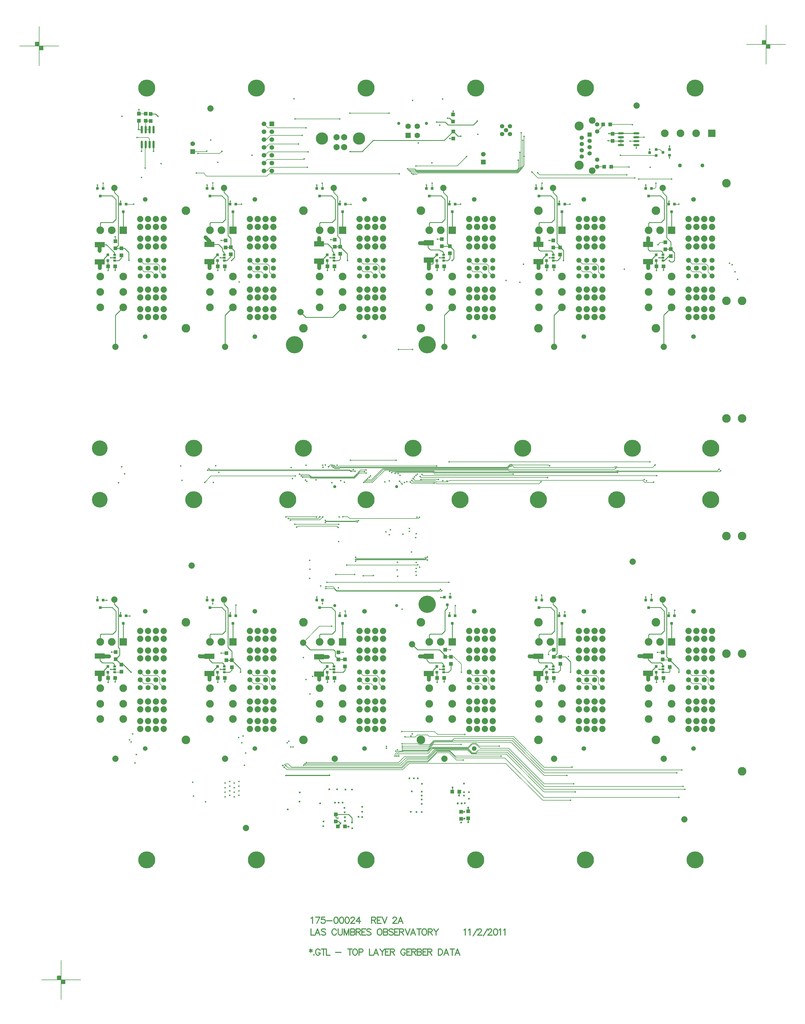
<source format=gtl>
%FSLAX23Y23*%
%MOIN*%
G70*
G01*
G75*
G04 Layer_Physical_Order=1*
G04 Layer_Color=255*
%ADD10R,0.035X0.037*%
%ADD11R,0.035X0.037*%
%ADD12O,0.079X0.024*%
%ADD13R,0.036X0.028*%
%ADD14R,0.036X0.036*%
%ADD15R,0.050X0.050*%
%ADD16O,0.028X0.098*%
%ADD17R,0.126X0.071*%
%ADD18R,0.050X0.050*%
%ADD19C,0.010*%
%ADD20C,0.050*%
%ADD21C,0.008*%
%ADD22C,0.005*%
%ADD23C,0.012*%
%ADD24C,0.006*%
%ADD25C,0.012*%
%ADD26C,0.012*%
%ADD27C,0.079*%
%ADD28C,0.157*%
%ADD29C,0.020*%
%ADD30C,0.039*%
%ADD31C,0.220*%
%ADD32C,0.085*%
%ADD33C,0.055*%
%ADD34C,0.116*%
%ADD35R,0.055X0.055*%
%ADD36R,0.098X0.098*%
%ADD37C,0.098*%
%ADD38C,0.059*%
%ADD39C,0.080*%
%ADD40C,0.065*%
%ADD41C,0.055*%
%ADD42R,0.098X0.098*%
%ADD43R,0.059X0.059*%
%ADD44R,0.070X0.070*%
%ADD45C,0.070*%
%ADD46C,0.040*%
%ADD47C,0.110*%
%ADD48C,0.217*%
%ADD49C,0.200*%
%ADD50C,0.026*%
%ADD51C,0.050*%
%ADD52C,0.024*%
D10*
X29777Y26463D02*
D03*
X29740Y26365D02*
D03*
X36482Y21412D02*
D03*
X36445Y21314D02*
D03*
X35082Y21412D02*
D03*
X35045Y21314D02*
D03*
X33913Y21449D02*
D03*
X33875Y21351D02*
D03*
X32282Y21412D02*
D03*
X32245Y21314D02*
D03*
X30882Y21412D02*
D03*
X30845Y21314D02*
D03*
X29482Y21412D02*
D03*
X29445Y21314D02*
D03*
X36482Y26663D02*
D03*
X36445Y26565D02*
D03*
X35082Y26663D02*
D03*
X35045Y26565D02*
D03*
X33682Y26663D02*
D03*
X33645Y26565D02*
D03*
X32282Y26663D02*
D03*
X32245Y26565D02*
D03*
X30882Y26663D02*
D03*
X30845Y26565D02*
D03*
X29482Y26663D02*
D03*
X29445Y26565D02*
D03*
X36777Y21212D02*
D03*
X36740Y21114D02*
D03*
X35377Y21212D02*
D03*
X35340Y21114D02*
D03*
X33977Y21212D02*
D03*
X33940Y21114D02*
D03*
X32577Y21212D02*
D03*
X32540Y21114D02*
D03*
X31177Y21212D02*
D03*
X31140Y21114D02*
D03*
X29777Y21212D02*
D03*
X29740Y21114D02*
D03*
X36777Y26463D02*
D03*
X36740Y26365D02*
D03*
X35377Y26463D02*
D03*
X35340Y26365D02*
D03*
X33977Y26463D02*
D03*
X33940Y26365D02*
D03*
X32577Y26463D02*
D03*
X32540Y26365D02*
D03*
X31177Y26463D02*
D03*
X31140Y26365D02*
D03*
D11*
X29703Y26463D02*
D03*
X36408Y21412D02*
D03*
X35008D02*
D03*
X33838Y21449D02*
D03*
X32208Y21412D02*
D03*
X30808D02*
D03*
X29408D02*
D03*
X36408Y26663D02*
D03*
X35008D02*
D03*
X33608D02*
D03*
X32208D02*
D03*
X30808D02*
D03*
X29408D02*
D03*
X36703Y21212D02*
D03*
X35303D02*
D03*
X33903D02*
D03*
X32503D02*
D03*
X31103D02*
D03*
X29703D02*
D03*
X36703Y26463D02*
D03*
X35303D02*
D03*
X33903D02*
D03*
X32503D02*
D03*
X31103D02*
D03*
D12*
X36094Y27365D02*
D03*
Y27315D02*
D03*
Y27265D02*
D03*
Y27215D02*
D03*
X36290Y27365D02*
D03*
Y27315D02*
D03*
Y27265D02*
D03*
Y27215D02*
D03*
D13*
X29628Y25742D02*
D03*
Y25816D02*
D03*
Y25779D02*
D03*
X36628Y20491D02*
D03*
Y20565D02*
D03*
Y20528D02*
D03*
X35228Y20491D02*
D03*
Y20565D02*
D03*
Y20528D02*
D03*
X33828Y20491D02*
D03*
Y20565D02*
D03*
Y20528D02*
D03*
X32428Y20491D02*
D03*
Y20565D02*
D03*
Y20528D02*
D03*
X31028Y20491D02*
D03*
Y20565D02*
D03*
Y20528D02*
D03*
X29628Y20491D02*
D03*
Y20565D02*
D03*
Y20528D02*
D03*
X36628Y25742D02*
D03*
Y25816D02*
D03*
Y25779D02*
D03*
X35228Y25742D02*
D03*
Y25816D02*
D03*
Y25779D02*
D03*
X33828Y25742D02*
D03*
Y25816D02*
D03*
Y25779D02*
D03*
X32428Y25742D02*
D03*
Y25816D02*
D03*
Y25779D02*
D03*
X31028Y25742D02*
D03*
Y25816D02*
D03*
Y25779D02*
D03*
D14*
X29542Y25742D02*
D03*
Y25816D02*
D03*
X36544Y27083D02*
D03*
X36458Y27120D02*
D03*
X36544Y27157D02*
D03*
X36542Y20491D02*
D03*
Y20565D02*
D03*
X35142Y20491D02*
D03*
Y20565D02*
D03*
X33742Y20491D02*
D03*
Y20565D02*
D03*
X32342Y20491D02*
D03*
Y20565D02*
D03*
X30942Y20491D02*
D03*
Y20565D02*
D03*
X29542Y20491D02*
D03*
Y20565D02*
D03*
X36542Y25742D02*
D03*
Y25816D02*
D03*
X35142Y25742D02*
D03*
Y25816D02*
D03*
X33742Y25742D02*
D03*
Y25816D02*
D03*
X32342Y25742D02*
D03*
Y25816D02*
D03*
X30942Y25742D02*
D03*
Y25816D02*
D03*
X36714Y27085D02*
D03*
X36628Y27122D02*
D03*
X36714Y27159D02*
D03*
D15*
X36715Y20650D02*
D03*
Y20560D02*
D03*
X33952Y27300D02*
D03*
Y27390D02*
D03*
X33951Y27604D02*
D03*
Y27514D02*
D03*
X32454Y18679D02*
D03*
Y18589D02*
D03*
X34054Y18623D02*
D03*
Y18713D02*
D03*
X34142Y18718D02*
D03*
Y18628D02*
D03*
X30025Y27524D02*
D03*
Y27614D02*
D03*
X29940D02*
D03*
Y27524D02*
D03*
X30090Y27613D02*
D03*
Y27523D02*
D03*
X35986Y27270D02*
D03*
Y27360D02*
D03*
X29640Y25900D02*
D03*
Y25990D02*
D03*
X31045Y25910D02*
D03*
Y26000D02*
D03*
X32440Y25918D02*
D03*
Y26008D02*
D03*
X33805Y25925D02*
D03*
Y26015D02*
D03*
X35230Y25910D02*
D03*
Y26000D02*
D03*
X36658Y25886D02*
D03*
Y25976D02*
D03*
X29642Y20657D02*
D03*
Y20747D02*
D03*
X31055Y20645D02*
D03*
Y20735D02*
D03*
X32485Y20655D02*
D03*
Y20745D02*
D03*
X33849Y20689D02*
D03*
Y20779D02*
D03*
X35235Y20690D02*
D03*
Y20780D02*
D03*
X36625Y20655D02*
D03*
Y20745D02*
D03*
X29715Y25900D02*
D03*
Y25810D02*
D03*
X31114Y25911D02*
D03*
Y25821D02*
D03*
X32511Y25919D02*
D03*
Y25829D02*
D03*
X33910Y25925D02*
D03*
Y25835D02*
D03*
X35315Y25910D02*
D03*
Y25820D02*
D03*
X36730Y25887D02*
D03*
Y25797D02*
D03*
X29715Y20587D02*
D03*
Y20497D02*
D03*
X31125Y20645D02*
D03*
Y20555D02*
D03*
X32570Y20655D02*
D03*
Y20565D02*
D03*
X33923Y20689D02*
D03*
Y20599D02*
D03*
X35320Y20690D02*
D03*
Y20600D02*
D03*
D16*
X29975Y27221D02*
D03*
X30025D02*
D03*
X30075D02*
D03*
X30125D02*
D03*
X29975Y27413D02*
D03*
X30025D02*
D03*
X30075D02*
D03*
X30125D02*
D03*
D17*
X29440Y25945D02*
D03*
Y25725D02*
D03*
X36440Y20698D02*
D03*
Y20478D02*
D03*
X35040Y20695D02*
D03*
Y20475D02*
D03*
X33640Y20695D02*
D03*
Y20475D02*
D03*
X32240Y20690D02*
D03*
Y20470D02*
D03*
X30840Y20695D02*
D03*
Y20475D02*
D03*
X29440Y20698D02*
D03*
Y20478D02*
D03*
X36440Y25949D02*
D03*
Y25729D02*
D03*
X35040Y25950D02*
D03*
Y25730D02*
D03*
X33640Y25969D02*
D03*
Y25749D02*
D03*
X32240Y25955D02*
D03*
Y25735D02*
D03*
X30840Y25950D02*
D03*
Y25730D02*
D03*
D18*
X36545Y20418D02*
D03*
X36635D02*
D03*
X35145D02*
D03*
X35235D02*
D03*
X33745D02*
D03*
X33835D02*
D03*
X32345D02*
D03*
X32435D02*
D03*
X30945D02*
D03*
X31035D02*
D03*
X29545D02*
D03*
X29635D02*
D03*
X36545Y25669D02*
D03*
X36635D02*
D03*
X35145D02*
D03*
X35235D02*
D03*
X33745D02*
D03*
X33835D02*
D03*
X32345D02*
D03*
X32435D02*
D03*
X30945D02*
D03*
X31035D02*
D03*
X29545D02*
D03*
X29635D02*
D03*
X32479Y18524D02*
D03*
X32569D02*
D03*
X33939Y18968D02*
D03*
X34029D02*
D03*
X35879Y26937D02*
D03*
X35969D02*
D03*
X35866Y27477D02*
D03*
X35956D02*
D03*
D19*
X29440Y20698D02*
X29443Y20695D01*
Y20642D02*
Y20695D01*
Y20642D02*
X29472Y20613D01*
X29605D01*
X30840Y20650D02*
Y20695D01*
Y20650D02*
X30877Y20613D01*
X32240Y20645D02*
Y20690D01*
Y20645D02*
X32272Y20613D01*
X32405D01*
X33640Y20695D02*
X33640Y20695D01*
X33615Y20670D02*
X33640Y20695D01*
X33615Y20645D02*
Y20670D01*
Y20645D02*
X33647Y20613D01*
X33805D01*
X35040Y20630D02*
Y20695D01*
Y20630D02*
X35057Y20613D01*
X35205D01*
X36440Y20655D02*
Y20698D01*
Y20655D02*
X36482Y20613D01*
X36605D01*
X36440Y25885D02*
Y25949D01*
Y25885D02*
X36461Y25864D01*
X36605D01*
X35040Y25885D02*
Y25950D01*
Y25885D02*
X35061Y25864D01*
X33636Y25965D02*
X33640Y25969D01*
X33630Y25959D02*
X33636Y25965D01*
X33630Y25910D02*
Y25959D01*
Y25910D02*
X33660Y25880D01*
X33775D01*
X33791Y25864D01*
X33805D01*
X32240Y25955D02*
X32350D01*
X32405Y25900D01*
Y25864D02*
Y25900D01*
X30840Y25950D02*
X30955D01*
X31005Y25900D01*
Y25864D02*
Y25900D01*
X29440Y25699D02*
X29485D01*
X29440Y25945D02*
X29524D01*
X29625Y25844D01*
X31235Y20491D02*
Y20535D01*
X31125Y20645D02*
X31235Y20535D01*
X31125Y20645D02*
Y20760D01*
X31075Y20810D02*
X31125Y20760D01*
X31055Y20645D02*
X31125D01*
Y20520D02*
Y20555D01*
X31096Y20491D02*
X31125Y20520D01*
X31028Y20491D02*
X31096D01*
X32485Y20655D02*
X32570D01*
X32445Y20695D02*
X32485Y20655D01*
X32445Y20695D02*
Y20760D01*
X32425Y20780D02*
X32445Y20760D01*
X32125Y20780D02*
X32425D01*
X32570Y20515D02*
Y20565D01*
X32546Y20491D02*
X32570Y20515D01*
X32428Y20491D02*
X32546D01*
X33923Y20523D02*
Y20599D01*
X33891Y20491D02*
X33923Y20523D01*
X33828Y20491D02*
X33891D01*
X35451D02*
Y20624D01*
X35385Y20690D02*
X35451Y20624D01*
X35320Y20690D02*
X35385D01*
X35235D02*
X35320D01*
X35235D02*
X35275Y20730D01*
Y21309D01*
X35320Y20520D02*
Y20600D01*
X35291Y20491D02*
X35320Y20520D01*
X35228Y20491D02*
X35291D01*
X36833D02*
Y20532D01*
X36715Y20650D02*
X36833Y20532D01*
X36675Y20690D02*
X36715Y20650D01*
Y20497D02*
Y20560D01*
X36709Y20491D02*
X36715Y20497D01*
X36628Y20491D02*
X36709D01*
X36658Y25886D02*
X36659Y25887D01*
X36730D01*
X36709Y25742D02*
X36726Y25725D01*
X36755D01*
X36775Y25745D01*
Y25842D01*
X36730Y25887D02*
X36775Y25842D01*
X36730Y25887D02*
Y25980D01*
X36675Y26035D02*
X36730Y25980D01*
X36702Y25797D02*
X36730D01*
X36647Y25742D02*
X36702Y25797D01*
X36628Y25742D02*
X36647D01*
X35315Y25915D02*
X35358Y25872D01*
Y25742D02*
Y25872D01*
X35315Y25915D02*
Y25924D01*
X35276Y25963D02*
X35315Y25924D01*
Y25775D02*
Y25820D01*
X35282Y25742D02*
X35315Y25775D01*
X35228Y25742D02*
X35282D01*
X33937Y25742D02*
X33960Y25765D01*
Y25875D01*
X33910Y25925D02*
X33960Y25875D01*
X33875Y25959D02*
X33910Y25925D01*
X33805D02*
X33910D01*
Y25770D02*
Y25835D01*
X33882Y25742D02*
X33910Y25770D01*
X33828Y25742D02*
X33882D01*
X32601D02*
Y25829D01*
X32511Y25919D02*
X32601Y25829D01*
X32511Y25919D02*
Y26020D01*
X32475Y26055D02*
X32511Y26020D01*
X32440Y25918D02*
X32441Y25919D01*
X32511D01*
Y25761D02*
Y25829D01*
X32492Y25742D02*
X32511Y25761D01*
X32428Y25742D02*
X32492D01*
X31045Y25910D02*
X31046Y25911D01*
X31114D01*
X31121Y25742D02*
X31160Y25781D01*
Y25865D01*
X31114Y25911D02*
X31160Y25865D01*
X31114Y25911D02*
Y26024D01*
X31076Y26063D02*
X31114Y26024D01*
Y25794D02*
Y25821D01*
X31062Y25742D02*
X31114Y25794D01*
X31028Y25742D02*
X31062D01*
X29811D02*
Y25844D01*
X29755Y25900D02*
X29811Y25844D01*
X29715Y25900D02*
X29755D01*
X29640D02*
X29715D01*
X29640D02*
X29676Y25935D01*
X29715Y25775D02*
Y25810D01*
X29682Y25742D02*
X29715Y25775D01*
X29628Y25742D02*
X29682D01*
X29743Y20587D02*
X29839Y20491D01*
X29715Y20587D02*
X29743D01*
X29645Y20657D02*
X29715Y20587D01*
X29642Y20657D02*
X29645D01*
X29642D02*
X29693Y20708D01*
Y20791D01*
X29675Y20809D02*
X29693Y20791D01*
X30125Y27136D02*
Y27221D01*
X29932Y27516D02*
X29940Y27524D01*
X29932Y27414D02*
Y27516D01*
Y27414D02*
X29933Y27413D01*
X29975D01*
X30153Y27613D02*
X30184Y27582D01*
X30090Y27613D02*
X30153D01*
X33796Y21446D02*
X33838D01*
X32245Y21317D02*
X32398D01*
X35045Y26568D02*
X35198D01*
X36445D02*
X36598D01*
X33645D02*
X33798D01*
X29740Y26129D02*
Y26368D01*
X31140Y26129D02*
Y26368D01*
X32540Y26129D02*
Y26368D01*
X29445Y26568D02*
X29598D01*
X30845D02*
X30998D01*
X32245D02*
X32398D01*
X32414Y25019D02*
X32540Y25145D01*
X32004Y25086D02*
X32071Y25019D01*
X32414D01*
X36833Y20491D02*
X36834Y20492D01*
X35451Y20491D02*
X35451Y20491D01*
X34055Y20491D02*
X34056Y20492D01*
X33940Y20878D02*
Y21117D01*
Y20878D02*
X33940Y20878D01*
X35340Y20878D02*
Y21117D01*
Y20878D02*
X35340Y20878D01*
X36740Y20878D02*
Y21117D01*
Y20878D02*
X36740Y20878D01*
X36645Y21019D02*
Y21269D01*
X36598Y21317D02*
X36645Y21269D01*
X36605Y20979D02*
X36645Y21019D01*
X36445Y21317D02*
X36598D01*
X36455Y20979D02*
X36605D01*
X36445Y20878D02*
Y20968D01*
X36455Y20979D01*
X35245Y21019D02*
Y21269D01*
X35198Y21317D02*
X35245Y21269D01*
X35205Y20979D02*
X35245Y21019D01*
X35045Y21317D02*
X35198D01*
X35055Y20979D02*
X35205D01*
X35045Y20878D02*
Y20968D01*
X35055Y20979D01*
X33875Y21310D02*
Y21354D01*
X33845Y21280D02*
X33875Y21310D01*
X33845Y21019D02*
Y21280D01*
X33805Y20979D02*
X33845Y21019D01*
X33655Y20979D02*
X33805D01*
X33645Y20878D02*
Y20968D01*
X33655Y20979D01*
X33776Y20780D02*
X33843Y20712D01*
X33495Y20780D02*
X33776D01*
X33425Y20850D02*
X33495Y20780D01*
X36625Y21359D02*
Y21417D01*
X36675Y20690D02*
Y21309D01*
X36625Y21359D02*
X36675Y21309D01*
X29839Y20491D02*
X29840Y20492D01*
X29625Y21359D02*
X29675Y21309D01*
X29625Y21359D02*
Y21417D01*
X29675Y20809D02*
Y21309D01*
X31025Y21359D02*
X31075Y21309D01*
X31025Y21359D02*
Y21417D01*
X31075Y20810D02*
Y21309D01*
X35225Y21359D02*
Y21417D01*
Y21359D02*
X35275Y21309D01*
X31045Y21019D02*
Y21269D01*
X30998Y21317D02*
X31045Y21269D01*
X30845Y21317D02*
X30998D01*
X31005Y20979D02*
X31045Y21019D01*
X30855Y20979D02*
X31005D01*
X30845Y20968D02*
X30855Y20979D01*
X30845Y20878D02*
Y20968D01*
X29645Y21019D02*
Y21269D01*
X29598Y21317D02*
X29645Y21269D01*
X29605Y20979D02*
X29645Y21019D01*
X29445Y21317D02*
X29598D01*
X29455Y20979D02*
X29605D01*
X29445Y20968D02*
X29455Y20979D01*
X29445Y20878D02*
Y20968D01*
X29740Y20878D02*
Y21117D01*
Y20878D02*
X29740Y20878D01*
X31140Y20878D02*
Y21117D01*
Y20878D02*
X31140Y20878D01*
X29811Y25742D02*
X29813Y25744D01*
X31121Y25742D02*
X31122Y25741D01*
X32601Y25742D02*
X32602Y25743D01*
X29676Y25935D02*
Y26560D01*
X29625Y26611D02*
X29676Y26560D01*
X29625Y26611D02*
Y26668D01*
X32475Y26055D02*
Y26560D01*
X32425Y26611D02*
X32475Y26560D01*
X32425Y26611D02*
Y26668D01*
X31025Y26611D02*
X31076Y26560D01*
Y26063D02*
Y26560D01*
X31025Y26611D02*
Y26668D01*
X32540Y26129D02*
X32540Y26129D01*
X31140Y26129D02*
X31140Y26129D01*
X32445Y26270D02*
Y26520D01*
X32398Y26568D02*
X32445Y26520D01*
X32405Y26230D02*
X32445Y26270D01*
X32256Y26230D02*
X32405D01*
X32245Y26129D02*
Y26219D01*
X32256Y26230D01*
X29740Y26129D02*
X29740Y26129D01*
X29598Y26568D02*
X29646Y26520D01*
Y26270D02*
Y26520D01*
X29605Y26230D02*
X29646Y26270D01*
X29455Y26230D02*
X29605D01*
X29445Y26219D02*
X29455Y26230D01*
X29445Y26129D02*
Y26219D01*
X31045Y26270D02*
Y26520D01*
X30998Y26568D02*
X31045Y26520D01*
X31006Y26230D02*
X31045Y26270D01*
X30855Y26230D02*
X31006D01*
X30845Y26219D02*
X30855Y26230D01*
X30845Y26129D02*
Y26219D01*
X33937Y25742D02*
X33937Y25742D01*
X35225Y26611D02*
X35276Y26560D01*
X35225Y26611D02*
Y26668D01*
X35276Y25963D02*
Y26560D01*
X35358Y25742D02*
X35359Y25743D01*
X35245Y26270D02*
Y26520D01*
X35198Y26568D02*
X35245Y26520D01*
X35206Y26230D02*
X35245Y26270D01*
X35056Y26230D02*
X35206D01*
X35045Y26129D02*
Y26219D01*
X35056Y26230D01*
X35340Y26129D02*
X35340Y26129D01*
X33875Y25959D02*
Y26560D01*
X33825Y26611D02*
X33875Y26560D01*
X33825Y26611D02*
Y26668D01*
X36675Y26035D02*
Y26560D01*
X36625Y26611D02*
X36675Y26560D01*
X36625Y26611D02*
Y26668D01*
X33846Y26270D02*
Y26520D01*
X33798Y26568D02*
X33846Y26520D01*
X33806Y26230D02*
X33846Y26270D01*
X33655Y26230D02*
X33806D01*
X33645Y26219D02*
X33655Y26230D01*
X33645Y26129D02*
Y26219D01*
X36646Y26270D02*
Y26520D01*
X36598Y26568D02*
X36646Y26520D01*
X36605Y26230D02*
X36646Y26270D01*
X36456Y26230D02*
X36605D01*
X36445Y26219D02*
X36456Y26230D01*
X36445Y26129D02*
Y26219D01*
X33940Y26129D02*
Y26368D01*
Y26129D02*
X33940Y26129D01*
X36740Y26129D02*
X36740Y26129D01*
X32540Y20878D02*
X32540Y20878D01*
X32540Y20878D02*
Y21117D01*
X32445Y21019D02*
Y21269D01*
X32405Y20979D02*
X32445Y21019D01*
X32398Y21317D02*
X32445Y21269D01*
X32255Y20979D02*
X32405D01*
X32245Y20968D02*
X32255Y20979D01*
X32245Y20878D02*
Y20968D01*
X32035Y20870D02*
X32125Y20780D01*
X32612Y18524D02*
X32615Y18521D01*
X32479Y18524D02*
Y18532D01*
X32513Y18566D01*
X32454Y18589D02*
X32490D01*
X32464Y18631D02*
X32481D01*
X32454Y18641D02*
X32464Y18631D01*
X32617Y18679D02*
X32660Y18636D01*
Y18576D02*
Y18636D01*
X32490Y18589D02*
X32513Y18566D01*
X32454Y18641D02*
Y18679D01*
X32569Y18524D02*
X32612D01*
X32454Y18679D02*
X32617D01*
X34142Y18628D02*
X34144Y18626D01*
X34054Y18713D02*
X34056Y18711D01*
X34026Y18965D02*
X34029Y18968D01*
X34096Y18623D02*
X34097Y18624D01*
X34054Y18623D02*
X34096D01*
X34056Y18711D02*
X34093D01*
X33939Y18968D02*
X33942Y18971D01*
X34144Y18579D02*
Y18626D01*
X34026Y18917D02*
Y18965D01*
X34142Y18764D02*
X34143Y18765D01*
X33942Y18971D02*
Y19021D01*
X34142Y18718D02*
Y18764D01*
X35225Y25819D02*
Y25844D01*
Y25819D02*
X35228Y25816D01*
X35205Y25864D02*
X35225Y25844D01*
X35061Y25864D02*
X35205D01*
X35142Y25672D02*
Y25742D01*
X35180Y25779D02*
X35228D01*
X35085Y25699D02*
X35095Y25709D01*
Y25769D01*
X35142Y25816D01*
X35145Y25614D02*
Y25669D01*
X35142Y25672D02*
X35145Y25669D01*
X35235Y25619D02*
Y25669D01*
X35241Y24641D02*
Y25046D01*
Y24641D02*
Y25046D01*
Y24641D02*
Y25046D01*
Y24641D02*
Y25046D01*
Y24641D02*
Y25046D01*
Y24641D02*
Y25046D01*
X35340Y25145D01*
X35241Y25046D02*
X35340Y25145D01*
X35241Y25046D02*
X35340Y25145D01*
X35241Y25046D02*
X35340Y25145D01*
X35241Y25046D02*
X35340Y25145D01*
X35241Y25046D02*
X35340Y25145D01*
X35303Y26497D02*
X35305Y26499D01*
X29625Y25819D02*
Y25844D01*
Y25819D02*
X29628Y25816D01*
X29542Y25672D02*
Y25742D01*
X29580Y25779D02*
X29628D01*
X29485Y25699D02*
X29495Y25709D01*
Y25769D01*
X29542Y25816D01*
X29545Y25614D02*
Y25669D01*
X29542Y25672D02*
X29545Y25669D01*
X29635Y25619D02*
Y25669D01*
X29641Y24641D02*
Y25046D01*
Y24641D02*
Y25046D01*
Y24641D02*
Y25046D01*
Y24641D02*
Y25046D01*
Y24641D02*
Y25046D01*
Y24641D02*
Y25046D01*
X29740Y25145D01*
X29641Y25046D02*
X29740Y25145D01*
X29641Y25046D02*
X29740Y25145D01*
X29641Y25046D02*
X29740Y25145D01*
X29641Y25046D02*
X29740Y25145D01*
X29641Y25046D02*
X29740Y25145D01*
X29703Y26497D02*
X29705Y26499D01*
X31025Y25819D02*
Y25844D01*
Y25819D02*
X31028Y25816D01*
X31005Y25864D02*
X31025Y25844D01*
X30942Y25672D02*
Y25742D01*
X30980Y25779D02*
X31028D01*
X30885Y25699D02*
X30895Y25709D01*
Y25769D01*
X30942Y25816D01*
X30945Y25614D02*
Y25669D01*
X30942Y25672D02*
X30945Y25669D01*
X31035Y25619D02*
Y25669D01*
X31041Y24641D02*
Y25046D01*
Y24641D02*
Y25046D01*
Y24641D02*
Y25046D01*
Y24641D02*
Y25046D01*
Y24641D02*
Y25046D01*
Y24641D02*
Y25046D01*
X31140Y25145D01*
X31041Y25046D02*
X31140Y25145D01*
X31041Y25046D02*
X31140Y25145D01*
X31041Y25046D02*
X31140Y25145D01*
X31041Y25046D02*
X31140Y25145D01*
X31041Y25046D02*
X31140Y25145D01*
X31103Y26497D02*
X31105Y26499D01*
X32425Y25819D02*
Y25844D01*
X32405Y25864D02*
X32425Y25844D01*
Y25819D02*
X32428Y25816D01*
X32342Y25672D02*
Y25742D01*
X32380Y25779D02*
X32428D01*
X32285Y25699D02*
X32295Y25709D01*
Y25769D01*
X32342Y25816D01*
X32345Y25614D02*
Y25669D01*
X32342Y25672D02*
X32345Y25669D01*
X32435Y25619D02*
Y25669D01*
X32503Y26497D02*
X32505Y26499D01*
X33825Y25819D02*
Y25844D01*
Y25819D02*
X33828Y25816D01*
X33805Y25864D02*
X33825Y25844D01*
X33742Y25672D02*
Y25742D01*
X33780Y25779D02*
X33828D01*
X33685Y25699D02*
X33695Y25709D01*
Y25769D01*
X33742Y25816D01*
X33745Y25614D02*
Y25669D01*
X33742Y25672D02*
X33745Y25669D01*
X33835Y25619D02*
Y25669D01*
X33841Y24641D02*
Y25046D01*
Y24641D02*
Y25046D01*
Y24641D02*
Y25046D01*
Y24641D02*
Y25046D01*
Y24641D02*
Y25046D01*
Y24641D02*
Y25046D01*
X33940Y25145D01*
X33841Y25046D02*
X33940Y25145D01*
X33841Y25046D02*
X33940Y25145D01*
X33841Y25046D02*
X33940Y25145D01*
X33841Y25046D02*
X33940Y25145D01*
X33841Y25046D02*
X33940Y25145D01*
X33903Y26497D02*
X33905Y26499D01*
X36625Y25819D02*
Y25844D01*
X36605Y25864D02*
X36625Y25844D01*
Y25819D02*
X36628Y25816D01*
X36542Y25672D02*
Y25742D01*
X36580Y25779D02*
X36628D01*
X36485Y25699D02*
X36495Y25709D01*
Y25769D01*
X36542Y25816D01*
Y25672D02*
X36545Y25669D01*
Y25614D02*
Y25669D01*
X36635Y25619D02*
Y25669D01*
X36641Y24641D02*
Y25046D01*
Y24641D02*
Y25046D01*
Y24641D02*
Y25046D01*
Y24641D02*
Y25046D01*
Y24641D02*
Y25046D01*
Y24641D02*
Y25046D01*
X36740Y25145D01*
X36641Y25046D02*
X36740Y25145D01*
X36641Y25046D02*
X36740Y25145D01*
X36641Y25046D02*
X36740Y25145D01*
X36641Y25046D02*
X36740Y25145D01*
X36641Y25046D02*
X36740Y25145D01*
X36703Y26497D02*
X36705Y26499D01*
X29625Y20568D02*
Y20593D01*
Y20568D02*
X29628Y20565D01*
X29605Y20613D02*
X29625Y20593D01*
X29542Y20421D02*
Y20491D01*
X29580Y20528D02*
X29628D01*
X29545Y20363D02*
Y20418D01*
X29542Y20421D02*
X29545Y20418D01*
X29635Y20368D02*
Y20418D01*
X29703Y21245D02*
X29705Y21248D01*
X30877Y20613D02*
X31005D01*
X31025Y20568D02*
Y20593D01*
Y20568D02*
X31028Y20565D01*
X31005Y20613D02*
X31025Y20593D01*
X30942Y20421D02*
Y20491D01*
X30980Y20528D02*
X31028D01*
X30885Y20448D02*
X30895Y20458D01*
Y20518D01*
X30942Y20565D01*
X30945Y20363D02*
Y20418D01*
X30942Y20421D02*
X30945Y20418D01*
X31035Y20368D02*
Y20418D01*
X31103Y21245D02*
X31105Y21248D01*
X32425Y20568D02*
Y20593D01*
Y20568D02*
X32428Y20565D01*
X32405Y20613D02*
X32425Y20593D01*
X32342Y20421D02*
Y20491D01*
X32380Y20528D02*
X32428D01*
X32285Y20448D02*
X32295Y20458D01*
Y20518D01*
X32342Y20565D01*
X32345Y20363D02*
Y20418D01*
X32342Y20421D02*
X32345Y20418D01*
X32435Y20368D02*
Y20418D01*
X32503Y21245D02*
X32505Y21248D01*
X33825Y20568D02*
Y20593D01*
Y20568D02*
X33828Y20565D01*
X33805Y20613D02*
X33825Y20593D01*
X33742Y20421D02*
Y20491D01*
X33780Y20528D02*
X33828D01*
X33685Y20448D02*
X33695Y20458D01*
Y20518D01*
X33742Y20565D01*
Y20421D02*
X33745Y20418D01*
Y20363D02*
Y20418D01*
X33835Y20368D02*
Y20418D01*
X33903Y21245D02*
X33905Y21248D01*
X35225Y20568D02*
Y20593D01*
Y20568D02*
X35228Y20565D01*
X35205Y20613D02*
X35225Y20593D01*
X35142Y20421D02*
Y20491D01*
X35180Y20528D02*
X35228D01*
X35085Y20448D02*
X35095Y20458D01*
Y20518D01*
X35142Y20565D01*
Y20421D02*
X35145Y20418D01*
Y20363D02*
Y20418D01*
X35235Y20368D02*
Y20418D01*
X35303Y21245D02*
X35305Y21248D01*
X36625Y20568D02*
Y20593D01*
Y20568D02*
X36628Y20565D01*
X36605Y20613D02*
X36625Y20593D01*
X36542Y20421D02*
Y20491D01*
X36580Y20528D02*
X36628D01*
X36485Y20448D02*
X36495Y20458D01*
Y20518D01*
X36542Y20565D01*
Y20421D02*
X36545Y20418D01*
Y20363D02*
Y20418D01*
X36635Y20368D02*
Y20418D01*
X36703Y21245D02*
X36705Y21248D01*
X33794Y21445D02*
X33796Y21446D01*
X29703Y21209D02*
Y21212D01*
Y21245D01*
X29408Y21409D02*
Y21412D01*
Y21450D01*
X30808Y21409D02*
Y21412D01*
Y21450D01*
X31103Y21209D02*
Y21212D01*
Y21245D01*
X32208Y21409D02*
Y21412D01*
Y21450D01*
X32503Y21209D02*
Y21212D01*
Y21245D01*
X29703Y26460D02*
Y26463D01*
Y26497D01*
X29408Y26660D02*
Y26663D01*
Y26702D01*
X31103Y26460D02*
Y26463D01*
Y26497D01*
X30808Y26660D02*
Y26663D01*
Y26702D01*
X32208Y26660D02*
Y26663D01*
Y26702D01*
X32503Y26460D02*
Y26463D01*
Y26497D01*
X33903Y21209D02*
Y21212D01*
Y21245D01*
X35303Y21209D02*
Y21212D01*
Y21245D01*
X35008Y21409D02*
Y21412D01*
Y21450D01*
X36408Y21409D02*
Y21412D01*
Y21450D01*
X36703Y21209D02*
Y21212D01*
Y21245D01*
X33608Y26660D02*
Y26663D01*
Y26702D01*
X33903Y26460D02*
Y26463D01*
Y26497D01*
X35008Y26660D02*
Y26663D01*
Y26702D01*
X35303Y26460D02*
Y26463D01*
Y26497D01*
X36703Y26460D02*
Y26463D01*
Y26497D01*
X36408Y26660D02*
Y26663D01*
Y26702D01*
X29495Y20518D02*
X29542Y20565D01*
X29495Y20458D02*
Y20518D01*
X29485Y20448D02*
X29495Y20458D01*
X29440Y20448D02*
X29485D01*
X30840D02*
X30885D01*
X32240D02*
X32285D01*
X33640D02*
X33685D01*
X35040D02*
X35085D01*
X36440D02*
X36485D01*
X30840Y25699D02*
X30885D01*
X32240D02*
X32285D01*
X33640D02*
X33685D01*
X35040D02*
X35085D01*
X36440D02*
X36485D01*
X36740Y26129D02*
Y26368D01*
X35340Y26129D02*
Y26368D01*
X33907Y27558D02*
X33951Y27514D01*
X33881Y27558D02*
X33907D01*
X33738Y27510D02*
X33848D01*
X33886Y27472D01*
X34209D01*
X34260Y27523D01*
X33952Y27390D02*
X34013Y27329D01*
X34050D01*
X33836Y27274D02*
X33952Y27390D01*
X32931Y27274D02*
X33836D01*
X32789Y27132D02*
X32931Y27274D01*
X32637Y27132D02*
X32789D01*
X36094Y27365D02*
X36290D01*
X35991D02*
X36094D01*
X35987Y27361D02*
X35991Y27365D01*
X35938Y27361D02*
X35987D01*
X36714Y27159D02*
Y27202D01*
D20*
X29443Y20695D02*
X29555D01*
X30720Y20695D02*
X30840D01*
X30715Y20700D02*
X30720Y20695D01*
X32240Y20690D02*
X32240Y20690D01*
X32350D01*
X33525Y20695D02*
X33640D01*
X35040D02*
X35040Y20695D01*
X34925Y20695D02*
X35040D01*
X36325Y20700D02*
X36327Y20698D01*
X36440D01*
X36440Y25949D02*
Y26030D01*
X35040Y25950D02*
Y26030D01*
X33525Y25965D02*
X33636D01*
X32240Y25955D02*
Y26030D01*
X30790Y26040D02*
X30840Y25990D01*
Y25950D02*
Y25990D01*
X29440Y25699D02*
Y25725D01*
Y25649D02*
Y25699D01*
X29435Y25940D02*
X29440Y25945D01*
X29435Y25870D02*
Y25940D01*
X35040Y25649D02*
Y25699D01*
Y25729D01*
X30840Y25649D02*
Y25699D01*
Y25729D01*
X32240Y25649D02*
Y25699D01*
Y25729D01*
X33640Y25699D02*
Y25729D01*
X36440Y25649D02*
Y25699D01*
Y25729D01*
X30840Y20398D02*
Y20448D01*
Y20478D01*
X32240Y20398D02*
Y20448D01*
X33640Y20398D02*
Y20448D01*
Y20478D01*
X35040Y20398D02*
Y20448D01*
Y20478D01*
X36440Y20398D02*
Y20448D01*
Y20478D01*
X29440Y20448D02*
Y20478D01*
Y20398D02*
Y20448D01*
X33640Y25643D02*
Y25699D01*
D21*
X30990Y20735D02*
X31055D01*
X32485Y20745D02*
X32545D01*
X33914Y20779D02*
X33915Y20780D01*
X33849Y20779D02*
X33914D01*
X35170Y20720D02*
Y20750D01*
X35200Y20780D01*
X35235D01*
X36560Y20745D02*
X36625D01*
X36565Y25945D02*
X36596Y25976D01*
X36658D01*
X35175Y26000D02*
X35230D01*
X33750Y26015D02*
X33805D01*
X32390Y26010D02*
X32392Y26008D01*
X32440D01*
X30990Y26000D02*
X31045D01*
X29635Y26045D02*
X29640Y26040D01*
Y25990D02*
Y26040D01*
X29590Y20747D02*
X29642D01*
X29974Y27136D02*
X29975Y27137D01*
Y27221D01*
X29940Y27614D02*
Y27668D01*
Y27614D02*
X30025D01*
X33910Y27300D02*
X33952D01*
X33909Y27299D02*
X33910Y27300D01*
X33951Y27604D02*
Y27646D01*
X33952Y27647D01*
X35932Y27270D02*
X35986D01*
X35931Y27271D02*
X35932Y27270D01*
X36094Y27215D02*
Y27265D01*
Y27315D01*
X35991Y27265D02*
X36094D01*
X35986Y27270D02*
X35991Y27265D01*
X36593Y27157D02*
X36628Y27122D01*
X36544Y27157D02*
X36593D01*
X36458Y27120D02*
Y27162D01*
X36459Y27163D01*
X36290Y27315D02*
X36385D01*
X28695Y16570D02*
X29195D01*
X28945Y16320D02*
Y16820D01*
X28995Y16520D02*
Y16570D01*
X28945Y16520D02*
X28995D01*
X28895Y16570D02*
Y16620D01*
X28945D01*
X28900Y16575D02*
X28940D01*
X28900D02*
Y16615D01*
X28940D01*
Y16575D02*
Y16615D01*
X28905Y16580D02*
X28935D01*
X28905D02*
Y16610D01*
X28935D01*
Y16585D02*
Y16610D01*
X28910Y16585D02*
X28930D01*
X28910D02*
Y16605D01*
X28930D01*
Y16590D02*
Y16605D01*
X28915Y16590D02*
X28925D01*
X28915D02*
Y16600D01*
X28925D01*
Y16590D02*
Y16600D01*
X28915Y16595D02*
X28925D01*
X28950Y16525D02*
X28990D01*
X28950D02*
Y16565D01*
X28990D01*
Y16525D02*
Y16565D01*
X28955Y16530D02*
X28985D01*
X28955D02*
Y16560D01*
X28985D01*
Y16535D02*
Y16560D01*
X28960Y16535D02*
X28980D01*
X28960D02*
Y16555D01*
X28980D01*
Y16540D02*
Y16555D01*
X28965Y16540D02*
X28975D01*
X28965D02*
Y16550D01*
X28975D01*
Y16540D02*
Y16550D01*
X28965Y16545D02*
X28975D01*
X28415Y28480D02*
X28915D01*
X28665Y28230D02*
Y28730D01*
X28715Y28430D02*
Y28480D01*
X28665Y28430D02*
X28715D01*
X28615Y28480D02*
Y28530D01*
X28665D01*
X28620Y28485D02*
X28660D01*
X28620D02*
Y28525D01*
X28660D01*
Y28485D02*
Y28525D01*
X28625Y28490D02*
X28655D01*
X28625D02*
Y28520D01*
X28655D01*
Y28495D02*
Y28520D01*
X28630Y28495D02*
X28650D01*
X28630D02*
Y28515D01*
X28650D01*
Y28500D02*
Y28515D01*
X28635Y28500D02*
X28645D01*
X28635D02*
Y28510D01*
X28645D01*
Y28500D02*
Y28510D01*
X28635Y28505D02*
X28645D01*
X28670Y28435D02*
X28710D01*
X28670D02*
Y28475D01*
X28710D01*
Y28435D02*
Y28475D01*
X28675Y28440D02*
X28705D01*
X28675D02*
Y28470D01*
X28705D01*
Y28445D02*
Y28470D01*
X28680Y28445D02*
X28700D01*
X28680D02*
Y28465D01*
X28700D01*
Y28450D02*
Y28465D01*
X28685Y28450D02*
X28695D01*
X28685D02*
Y28460D01*
X28695D01*
Y28450D02*
Y28460D01*
X28685Y28455D02*
X28695D01*
X37695Y28500D02*
X38195D01*
X37945Y28250D02*
Y28750D01*
X37995Y28450D02*
Y28500D01*
X37945Y28450D02*
X37995D01*
X37895Y28500D02*
Y28550D01*
X37945D01*
X37900Y28505D02*
X37940D01*
X37900D02*
Y28545D01*
X37940D01*
Y28505D02*
Y28545D01*
X37905Y28510D02*
X37935D01*
X37905D02*
Y28540D01*
X37935D01*
Y28515D02*
Y28540D01*
X37910Y28515D02*
X37930D01*
X37910D02*
Y28535D01*
X37930D01*
Y28520D02*
Y28535D01*
X37915Y28520D02*
X37925D01*
X37915D02*
Y28530D01*
X37925D01*
Y28520D02*
Y28530D01*
X37915Y28525D02*
X37925D01*
X37950Y28455D02*
X37990D01*
X37950D02*
Y28495D01*
X37990D01*
Y28455D02*
Y28495D01*
X37955Y28460D02*
X37985D01*
X37955D02*
Y28490D01*
X37985D01*
Y28465D02*
Y28490D01*
X37960Y28465D02*
X37980D01*
X37960D02*
Y28485D01*
X37980D01*
Y28470D02*
Y28485D01*
X37965Y28470D02*
X37975D01*
X37965D02*
Y28480D01*
X37975D01*
Y28470D02*
Y28480D01*
X37965Y28475D02*
X37975D01*
D22*
X34055Y20491D02*
Y20595D01*
X33961Y20689D02*
X34055Y20595D01*
X33923Y20689D02*
X33961D01*
X33849D02*
X33923D01*
X36625Y20655D02*
X36630Y20650D01*
X36715D01*
X35230Y25910D02*
X35315D01*
X29709Y20491D02*
X29715Y20497D01*
X29628Y20491D02*
X29709D01*
X30026Y27523D02*
X30090D01*
X30025Y27524D02*
X30026Y27523D01*
X30025Y27413D02*
Y27524D01*
Y27413D02*
X30075D01*
X29915Y27313D02*
X30055D01*
X30075Y27293D01*
Y27221D02*
Y27293D01*
X30019Y27215D02*
X30025Y27221D01*
X30019Y26922D02*
Y27215D01*
X30800Y27132D02*
X30807Y27139D01*
X30627Y27132D02*
X30800D01*
X30971Y27108D02*
X30999Y27136D01*
X30693Y27108D02*
X30971D01*
X33139Y23054D02*
X33144Y23059D01*
X33703D01*
X33210Y23028D02*
X33222Y23041D01*
X33695D01*
X33167Y23038D02*
X33179Y23050D01*
X37353Y23050D02*
X37366Y23063D01*
X36061Y23050D02*
X37353D01*
X36044Y23054D02*
X36058D01*
X33703Y23059D02*
X33715Y23046D01*
X36058Y23054D02*
X36061Y23050D01*
X36037Y23046D02*
X36044Y23054D01*
X33715Y23046D02*
X36037D01*
X32050Y23011D02*
X32110D01*
X32118Y23003D01*
X32050Y23011D02*
X32050Y23011D01*
X32118Y23003D02*
X32121D01*
X32129Y22995D01*
X31997Y23011D02*
X32050D01*
X31990Y23018D02*
X31997Y23011D01*
X31990Y23018D02*
X31990D01*
X32131Y22995D02*
X32144Y22983D01*
X32129Y22995D02*
X32131D01*
X33712Y23037D02*
X36051D01*
X33179Y23050D02*
X33699D01*
X33712Y23037D01*
X32117Y22994D02*
X32125Y22986D01*
X32128D01*
X32067Y22994D02*
X32117D01*
X32128Y22986D02*
X32140Y22974D01*
X32014Y22994D02*
X32067D01*
X32067Y22994D01*
X33717Y23019D02*
X34716D01*
X33695Y23041D02*
X33717Y23019D01*
X32124Y22977D02*
X32136Y22965D01*
X32084Y22977D02*
X32124D01*
X32031Y22977D02*
X32084D01*
X32084Y22977D01*
X32771Y23072D02*
X32840D01*
X32682Y22983D02*
X32771Y23072D01*
X32764Y23052D02*
X32820D01*
X32685Y22974D02*
X32764Y23052D01*
X32756Y23032D02*
X32840D01*
X32689Y22965D02*
X32756Y23032D01*
X32136Y22965D02*
X32689D01*
X32140Y22974D02*
X32685D01*
X32144Y22983D02*
X32682D01*
X33078Y23070D02*
X34656D01*
X32919Y22911D02*
X33078Y23070D01*
X32810Y22911D02*
X32919D01*
X33063Y23079D02*
X36008D01*
X32912Y22928D02*
X33063Y23079D01*
X32827Y22928D02*
X32912D01*
X33052Y23088D02*
X34648D01*
X32909Y22945D02*
X33052Y23088D01*
X32844Y22945D02*
X32909D01*
X31818Y22474D02*
X32203D01*
X32205Y22472D01*
X35095Y18857D02*
X35448D01*
X32227Y22453D02*
X32248Y22474D01*
X31847Y22453D02*
X32227D01*
X33994Y19372D02*
X34080D01*
X31875Y22434D02*
X32250D01*
X32287Y22471D01*
X32542Y22476D02*
X32605D01*
X32630Y22451D01*
X33509D02*
X33519Y22461D01*
Y22468D01*
X32630Y22451D02*
X33509D01*
X35048Y22896D02*
X35073Y22921D01*
X33738Y22896D02*
X35048D01*
X33856Y22917D02*
X33880D01*
X33854Y22920D02*
X33856Y22917D01*
X33737Y22920D02*
X33854D01*
X36401Y22913D02*
X36508D01*
X36374Y22940D02*
X36401Y22913D01*
X33880Y22917D02*
X33903Y22940D01*
X36374D01*
X33439Y22961D02*
X33466Y22934D01*
X33533D01*
X33533Y22934D01*
X33723D01*
X33737Y22920D01*
X33714D02*
X33738Y22896D01*
X33700Y22920D02*
X33714D01*
X33700Y22919D02*
X33700Y22920D01*
X33444Y22919D02*
X33700D01*
X33423Y22940D02*
X33444Y22919D01*
X33421Y22903D02*
X33707D01*
X33404Y22920D02*
X33421Y22903D01*
X30778Y22913D02*
X30859Y22994D01*
X31936D01*
X32409Y23118D02*
X32414Y23123D01*
X35171Y23136D02*
X35183Y23124D01*
X36035Y23116D02*
X36049Y23101D01*
X36007D02*
X36021Y23116D01*
X34729Y23101D02*
X36007D01*
X36049D02*
X36496D01*
X36021Y23116D02*
X36035D01*
X36496Y23101D02*
X36530Y23135D01*
X34696Y23135D02*
X34729Y23101D01*
X36008Y23079D02*
X36028Y23099D01*
X36065Y23059D02*
X37323D01*
X36062Y23063D02*
X36065Y23059D01*
X36040Y23063D02*
X36062D01*
X36037Y23059D02*
X36040Y23063D01*
X34667Y23059D02*
X36037D01*
X37323D02*
X37345Y23081D01*
X34656Y23070D02*
X34667Y23059D01*
X34648Y23088D02*
X34677Y23117D01*
X34645Y23097D02*
X34682Y23135D01*
X32506Y23097D02*
X34645D01*
X34641Y23106D02*
X34678Y23144D01*
X32503Y23106D02*
X34641D01*
X32411Y23140D02*
X32419Y23132D01*
X32387Y23140D02*
X32411D01*
X32432Y23132D02*
X32451Y23112D01*
X32489D01*
X32419Y23132D02*
X32432D01*
X32489Y23112D02*
X32499Y23122D01*
X32428Y23123D02*
X32438Y23113D01*
X32414Y23123D02*
X32428D01*
X32440Y23087D02*
X32496D01*
X32506Y23097D01*
X32442Y23098D02*
X32495D01*
X32438Y23102D02*
X32442Y23098D01*
X32438Y23102D02*
Y23113D01*
X32409Y23118D02*
X32409D01*
X32404Y23123D02*
X32409Y23118D01*
X32495Y23098D02*
X32503Y23106D01*
X32421Y23106D02*
X32440Y23087D01*
X32499Y23122D02*
X33739D01*
X34677Y23117D02*
X34689D01*
X32359Y23111D02*
X32387Y23139D01*
X34707Y23136D02*
X35171D01*
X34700Y23144D02*
X34707Y23136D01*
X34678Y23144D02*
X34700D01*
X34682Y23135D02*
X34696D01*
X32633Y27623D02*
X33133D01*
X31933Y27547D02*
X32502D01*
X32035Y20870D02*
X32244Y21079D01*
X32400D01*
X35114Y19210D02*
X36811D01*
X35110Y18895D02*
X36834D01*
X35114Y19245D02*
X36869D01*
X35112Y19035D02*
X36885D01*
X35111Y19000D02*
X36909D01*
X35113Y19175D02*
X35404D01*
X34623Y19329D02*
X35095Y18857D01*
X33389Y19329D02*
X34623D01*
X33307Y19247D02*
X33389Y19329D01*
X35114Y19280D02*
X35468D01*
X35112Y19070D02*
X35489D01*
X35111Y18965D02*
X35509D01*
X34054Y19572D02*
X34055Y19573D01*
X33697Y19572D02*
X34054D01*
X33625Y19500D02*
X33697Y19572D01*
X33939Y19621D02*
X33966Y19647D01*
X33706Y19621D02*
X33939D01*
X33653Y19567D02*
X33706Y19621D01*
X33943Y19612D02*
X33953Y19622D01*
X33710Y19612D02*
X33943D01*
X33646Y19548D02*
X33710Y19612D01*
X33635Y19524D02*
X33713Y19603D01*
X33752Y19697D02*
X34099D01*
X33989Y19397D02*
X34609D01*
X33905Y19481D02*
X33989Y19397D01*
X33977Y19422D02*
X34564D01*
X33901Y19465D02*
X33994Y19372D01*
X33746Y19465D02*
X33901D01*
X33625Y19344D02*
X33746Y19465D01*
X33625Y19693D02*
X33646Y19672D01*
X33714Y19735D02*
X33752Y19697D01*
X33296Y19735D02*
X33714D01*
X34283Y19547D02*
X34541D01*
X33673Y19535D02*
X34142D01*
X33496Y19693D02*
X33625D01*
X33466Y19664D02*
X33496Y19693D01*
X33340Y19664D02*
X33466D01*
X33336Y19668D02*
X33340Y19664D01*
X33503Y19579D02*
X33515Y19567D01*
X33653D01*
X33301Y19579D02*
X33503D01*
X33302Y19548D02*
X33646D01*
X33302Y19524D02*
X33635D01*
X33302Y19500D02*
X33625D01*
X33629Y19491D02*
X33673Y19535D01*
X33309Y19484D02*
X33316Y19491D01*
X33629D01*
X33246Y19484D02*
X33309D01*
X33208Y19421D02*
Y19445D01*
X33246Y19484D01*
X33376Y19344D02*
X33625D01*
X33299Y19267D02*
X33376Y19344D01*
X31874Y22433D02*
X31875Y22434D01*
X31849Y19267D02*
X33299D01*
X31814Y19302D02*
X31849Y19267D01*
X33625Y19358D02*
X33748Y19481D01*
X33370Y19358D02*
X33625D01*
X33293Y19281D02*
X33370Y19358D01*
X31786Y19302D02*
X31806Y19322D01*
X31846D02*
X31887Y19281D01*
X33293D01*
X31806Y19322D02*
X31846D01*
X31774Y19302D02*
X31786D01*
X33625Y19382D02*
X33733Y19490D01*
X33287Y19304D02*
X33365Y19382D01*
X33625D01*
X32042Y19304D02*
X33287D01*
X33625Y19399D02*
X33725Y19499D01*
X33270Y19321D02*
X33348Y19399D01*
X33625D01*
X32059Y19321D02*
X33270D01*
X33625Y19416D02*
X33717Y19508D01*
X33253Y19338D02*
X33331Y19416D01*
X33625D01*
X32076Y19338D02*
X33253D01*
X33625Y19452D02*
X33690Y19517D01*
X33263Y19452D02*
X33625D01*
X33256Y19445D02*
X33263Y19452D01*
X33256Y19421D02*
Y19445D01*
X33626Y19476D02*
X33676Y19526D01*
X33313Y19475D02*
X33314Y19476D01*
X33626D01*
X33232Y19445D02*
X33262Y19475D01*
X33313D01*
X33232Y19421D02*
Y19445D01*
X34629Y19447D02*
X35111Y18965D01*
X34650Y19497D02*
X35112Y19035D01*
X34691Y19597D02*
X35113Y19175D01*
X34702Y19622D02*
X35114Y19210D01*
X34723Y19672D02*
X35114Y19280D01*
X34712Y19647D02*
X35114Y19245D01*
X33966Y19647D02*
X34712D01*
X34660Y19522D02*
X35112Y19070D01*
X34274Y19497D02*
X34650D01*
X34640Y19472D02*
X35111Y19000D01*
X34261Y19472D02*
X34640D01*
X34249Y19447D02*
X34629D01*
X34609Y19397D02*
X35110Y18895D01*
X33953Y19622D02*
X34702D01*
X34259Y19597D02*
X34691D01*
X34295Y19522D02*
X34660D01*
X33646Y19672D02*
X34723D01*
X34253Y19603D02*
X34259Y19597D01*
X33713Y19603D02*
X34253D01*
X34245Y19585D02*
X34283Y19547D01*
X34192Y19585D02*
X34245D01*
X34142Y19535D02*
X34192Y19585D01*
X33733Y19490D02*
X33908D01*
X33977Y19422D01*
X33748Y19481D02*
X33905D01*
X34249Y19447D02*
X34249Y19447D01*
X34188Y19447D02*
X34249D01*
X34136Y19499D02*
X34188Y19447D01*
X33725Y19499D02*
X34136D01*
X34245Y19456D02*
X34261Y19472D01*
X34192Y19456D02*
X34245D01*
X34139Y19508D02*
X34192Y19456D01*
X33717Y19508D02*
X34139D01*
X34143Y19517D02*
X34196Y19465D01*
X33690Y19517D02*
X34143D01*
X34241Y19465D02*
X34274Y19497D01*
X34196Y19465D02*
X34241D01*
Y19576D02*
X34295Y19522D01*
X34146Y19526D02*
X34196Y19576D01*
X33676Y19526D02*
X34146D01*
X34196Y19576D02*
X34241D01*
X31953Y22341D02*
X31968Y22356D01*
X31952Y22341D02*
X31953D01*
X31928Y22379D02*
X32494D01*
X31829Y19247D02*
X33307D01*
X31846Y22452D02*
X31847Y22453D01*
X31794Y19282D02*
X31829Y19247D01*
X33497Y21860D02*
X33498Y21861D01*
X32593Y21860D02*
X33497D01*
X32452Y21737D02*
X32455Y21740D01*
X32694D01*
X32930Y21721D02*
X32934Y21725D01*
X32802Y21721D02*
X32930D01*
X29740Y26129D02*
X29758Y26111D01*
X33540Y22951D02*
X33763D01*
X36530Y23135D02*
X36531D01*
X36709Y25742D02*
X36709Y25742D01*
X33477Y26860D02*
X33485Y26868D01*
Y26843D02*
X33501Y26859D01*
X33469Y26894D02*
X33477Y26886D01*
X33464Y26911D02*
X33480Y26895D01*
X34762D01*
X34785Y26918D01*
X33477Y26886D02*
X34766D01*
X34794Y26914D01*
Y26918D01*
X34803Y26927D01*
X33404Y26877D02*
X34769D01*
X34803Y26911D01*
Y26914D01*
X34812Y26923D01*
Y26927D01*
X34821Y26936D01*
X33485Y26868D02*
X34773D01*
X34812Y26907D01*
Y26911D01*
X34821Y26920D01*
Y26923D01*
X34830Y26932D01*
Y26936D01*
X34839Y26945D01*
X33501Y26859D02*
X34777D01*
X34821Y26903D01*
Y26907D01*
X34830Y26916D01*
Y26920D01*
X34839Y26929D01*
Y26932D01*
X34848Y26941D01*
Y26945D01*
X34857Y26954D01*
X32706Y21909D02*
X32721Y21924D01*
X33621D01*
X33622Y21922D01*
X33387Y26894D02*
X33469D01*
X33370Y26911D02*
X33464D01*
X32706Y21933D02*
X33593D01*
X33421Y26860D02*
X33477D01*
X33593Y21933D02*
X33602Y21942D01*
X32721Y21942D02*
X33579D01*
X32706Y21957D02*
X32721Y21942D01*
X33438Y26843D02*
X33485D01*
X33595Y21959D02*
X33619D01*
X33579Y21942D02*
X33595Y21959D01*
X33619D02*
X33622Y21962D01*
X34821Y26936D02*
Y27374D01*
X34839Y26945D02*
Y27274D01*
X34803Y26927D02*
Y27122D01*
X34857Y26954D02*
Y27324D01*
X34785Y26918D02*
Y27024D01*
X31535Y26885D02*
X31572D01*
X31620Y26933D01*
X32088D01*
X31535Y26985D02*
X31581Y27031D01*
X32041D01*
X32050Y27040D01*
X31535Y27085D02*
X31548D01*
X31592Y27129D01*
X32101D01*
X31535Y27185D02*
X31560D01*
X31604Y27229D01*
X31975D01*
X31535Y27285D02*
X31566D01*
X31620Y27339D01*
X32024D01*
X31535Y27485D02*
X31586Y27434D01*
X32073D01*
X32074Y27435D01*
X30674Y26857D02*
X30765D01*
X30802Y26819D01*
X31572D01*
X31602Y26849D01*
X33262D02*
X33263Y26850D01*
X31602Y26849D02*
X33262D01*
X32320Y22427D02*
X32327Y22420D01*
X32704D01*
X30821Y23064D02*
X32628D01*
X32645Y23047D02*
X32653D01*
X32628Y23064D02*
X32645Y23047D01*
X30817Y23068D02*
X30821Y23064D01*
X32653Y23047D02*
X32655Y23050D01*
X32704Y22420D02*
X32710Y22426D01*
X32655Y23050D02*
X32660Y23054D01*
X32710Y22426D02*
X32743D01*
X32743Y22426D01*
X32655Y23050D02*
X32655D01*
X32660Y23054D02*
X32699D01*
X32320Y22403D02*
X32327Y22411D01*
X32724D01*
X30846Y23073D02*
X32632D01*
X32649Y23056D01*
X30834Y23085D02*
X30846Y23073D01*
X32649Y23056D02*
X32667Y23074D01*
X32724Y22411D02*
X32726Y22409D01*
X32667Y23074D02*
X32680D01*
X32326Y21557D02*
X32430D01*
X32326Y21581D02*
X32419D01*
X32467Y21533D01*
X32430Y21557D02*
X32463Y21524D01*
X32467Y21533D02*
X33774D01*
X33789Y21548D01*
X32463Y21524D02*
X33799D01*
X33806Y21531D01*
X35971Y26935D02*
X36196D01*
X35956Y27477D02*
X36238D01*
X36240Y27475D01*
X35788Y26937D02*
X35879D01*
X29528Y21409D02*
X29529Y21410D01*
X30882Y21364D02*
X30882Y21364D01*
X32282Y21364D02*
X32282Y21364D01*
X30882D02*
Y21409D01*
X32282Y21364D02*
Y21409D01*
X36482D02*
X36483Y21410D01*
X33912Y21495D02*
X33913Y21494D01*
X35081Y21476D02*
X35082Y21475D01*
X29482Y26728D02*
X29484Y26730D01*
X32279D02*
X32282Y26727D01*
X30882Y26730D02*
X30884Y26732D01*
X33682Y26728D02*
X33684Y26730D01*
X36523Y26660D02*
X36540Y26677D01*
X35082Y26727D02*
X35085Y26730D01*
X36540Y26677D02*
Y26730D01*
X29777Y21209D02*
X29779Y21207D01*
X29823D01*
X31177Y21346D02*
X31178Y21347D01*
X32574Y21273D02*
X32577Y21270D01*
X35377Y21261D02*
X35377Y21261D01*
X36777Y21280D02*
X36780Y21283D01*
X33977Y21341D02*
X33979Y21343D01*
X29872Y26460D02*
X29874Y26462D01*
X31250Y26460D02*
X31251Y26461D01*
X32646Y26460D02*
X32646Y26460D01*
X34043Y26460D02*
X34045Y26462D01*
X35443Y26460D02*
X35444Y26461D01*
X36832Y26460D02*
X36833Y26461D01*
X31177Y21209D02*
Y21346D01*
X33977Y21209D02*
Y21341D01*
X35377Y21209D02*
Y21261D01*
X29777Y26460D02*
X29872D01*
X31177D02*
X31250D01*
X32577Y21209D02*
Y21270D01*
X36777Y21209D02*
Y21280D01*
X32577Y26460D02*
X32646D01*
X33977D02*
X34043D01*
X35377D02*
X35443D01*
X36777D02*
X36832D01*
X30882Y26660D02*
Y26730D01*
X33913Y21446D02*
Y21494D01*
X35082Y21409D02*
Y21475D01*
X29482Y21409D02*
X29528D01*
X29482Y26660D02*
Y26728D01*
X36483Y21410D02*
Y21482D01*
X32282Y26660D02*
Y26727D01*
X33682Y26660D02*
Y26728D01*
X35082Y26660D02*
Y26727D01*
X36482Y26660D02*
X36523D01*
X31968Y22356D02*
X32467D01*
X32483Y22340D01*
X33567Y22999D02*
X33568D01*
X33552Y23014D02*
X33567Y22999D01*
X33568D02*
X36549Y22999D01*
X33528Y22988D02*
X33541Y22975D01*
X35155D01*
X30105Y25597D02*
X30156Y25546D01*
X30005Y25597D02*
X30105D01*
X29956Y25646D02*
X30005Y25597D01*
X30256Y25546D02*
Y25546D01*
X30206Y25596D02*
X30256Y25546D01*
X30206Y25596D02*
Y25671D01*
X30178Y25699D02*
X30206Y25671D01*
X30003Y25699D02*
X30178D01*
X29956Y25746D02*
X30003Y25699D01*
X31356Y25746D02*
X31403Y25699D01*
X31578D01*
X31606Y25671D01*
Y25596D02*
Y25671D01*
Y25596D02*
X31656Y25546D01*
X31356Y25646D02*
X31405Y25597D01*
X31505D01*
X31556Y25546D01*
X32756Y25746D02*
X32803Y25699D01*
X32978D01*
X33006Y25671D01*
Y25596D02*
Y25671D01*
Y25596D02*
X33056Y25546D01*
X32756Y25646D02*
X32805Y25597D01*
X32905D01*
X32956Y25546D01*
X34156Y25746D02*
X34203Y25699D01*
X34378D01*
X34406Y25671D01*
Y25596D02*
Y25671D01*
Y25596D02*
X34456Y25546D01*
X34156Y25646D02*
X34205Y25597D01*
X34305D01*
X34356Y25546D01*
X35556Y25746D02*
X35603Y25699D01*
X35778D01*
X35806Y25671D01*
Y25596D02*
Y25671D01*
Y25596D02*
X35856Y25546D01*
X35556Y25646D02*
X35605Y25597D01*
X35705D01*
X35756Y25546D01*
X36956Y25746D02*
X37003Y25699D01*
X37178D01*
X37206Y25671D01*
Y25596D02*
Y25671D01*
Y25596D02*
X37256Y25546D01*
X36956Y25646D02*
X37005Y25597D01*
X37105D01*
X37156Y25546D01*
X36956Y20495D02*
X37003Y20448D01*
X37178D01*
X37206Y20420D01*
Y20345D02*
Y20420D01*
Y20345D02*
X37256Y20295D01*
X36956Y20395D02*
X37005Y20346D01*
X37105D01*
X37155Y20295D01*
X35556Y20495D02*
X35603Y20448D01*
X35778D01*
X35806Y20420D01*
Y20345D02*
Y20420D01*
Y20345D02*
X35855Y20295D01*
X35556Y20395D02*
X35605Y20346D01*
X35705D01*
X35756Y20295D01*
X34155Y20495D02*
X34203Y20448D01*
X34378D01*
X34406Y20420D01*
Y20345D02*
Y20420D01*
Y20345D02*
X34456Y20295D01*
X34155Y20395D02*
X34205Y20346D01*
X34305D01*
X34355Y20295D01*
X32756Y20495D02*
X32803Y20448D01*
X32978D01*
X33006Y20420D01*
Y20345D02*
Y20420D01*
Y20345D02*
X33056Y20295D01*
X32756Y20395D02*
X32805Y20346D01*
X32905D01*
X32956Y20295D01*
X31355Y20495D02*
X31403Y20448D01*
X31578D01*
X31606Y20420D01*
Y20345D02*
Y20420D01*
Y20345D02*
X31656Y20295D01*
X31355Y20395D02*
X31405Y20346D01*
X31505D01*
X31556Y20295D01*
X29955Y20495D02*
X30003Y20448D01*
X30178D01*
X30206Y20420D01*
Y20345D02*
Y20420D01*
Y20345D02*
X30256Y20295D01*
X29955Y20395D02*
X30005Y20346D01*
X30105D01*
X30156Y20295D01*
X35866Y27465D02*
Y27477D01*
X35788Y27387D02*
X35866Y27465D01*
X36211Y27265D02*
X36290D01*
X36210Y27266D02*
X36211Y27265D01*
X35057Y26836D02*
X36167D01*
X35031Y26862D02*
X35057Y26836D01*
X36290Y27178D02*
Y27215D01*
Y27178D02*
X36291Y27177D01*
X35034Y26796D02*
X36268D01*
X34957Y26873D02*
X35034Y26796D01*
X32338Y21638D02*
X33896D01*
X33897Y21639D01*
X33899Y23175D02*
X36462D01*
X36320Y26781D02*
X36738D01*
X36713Y27052D02*
Y27084D01*
X36714Y27085D01*
X36089Y27083D02*
X36544D01*
X36086Y27086D02*
X36089Y27083D01*
D23*
X31815Y19176D02*
X32376D01*
X32136Y17353D02*
X32144Y17357D01*
X32155Y17369D01*
Y17289D01*
X32248Y17369D02*
X32210Y17289D01*
X32195Y17369D02*
X32248D01*
X32312D02*
X32274D01*
X32270Y17334D01*
X32274Y17338D01*
X32285Y17342D01*
X32296D01*
X32308Y17338D01*
X32315Y17330D01*
X32319Y17319D01*
Y17311D01*
X32315Y17300D01*
X32308Y17292D01*
X32296Y17289D01*
X32285D01*
X32274Y17292D01*
X32270Y17296D01*
X32266Y17304D01*
X32337Y17323D02*
X32406D01*
X32452Y17369D02*
X32441Y17365D01*
X32433Y17353D01*
X32429Y17334D01*
Y17323D01*
X32433Y17304D01*
X32441Y17292D01*
X32452Y17289D01*
X32460D01*
X32471Y17292D01*
X32479Y17304D01*
X32483Y17323D01*
Y17334D01*
X32479Y17353D01*
X32471Y17365D01*
X32460Y17369D01*
X32452D01*
X32523D02*
X32512Y17365D01*
X32504Y17353D01*
X32501Y17334D01*
Y17323D01*
X32504Y17304D01*
X32512Y17292D01*
X32523Y17289D01*
X32531D01*
X32542Y17292D01*
X32550Y17304D01*
X32554Y17323D01*
Y17334D01*
X32550Y17353D01*
X32542Y17365D01*
X32531Y17369D01*
X32523D01*
X32595D02*
X32583Y17365D01*
X32576Y17353D01*
X32572Y17334D01*
Y17323D01*
X32576Y17304D01*
X32583Y17292D01*
X32595Y17289D01*
X32602D01*
X32614Y17292D01*
X32621Y17304D01*
X32625Y17323D01*
Y17334D01*
X32621Y17353D01*
X32614Y17365D01*
X32602Y17369D01*
X32595D01*
X32647Y17350D02*
Y17353D01*
X32651Y17361D01*
X32654Y17365D01*
X32662Y17369D01*
X32677D01*
X32685Y17365D01*
X32689Y17361D01*
X32692Y17353D01*
Y17346D01*
X32689Y17338D01*
X32681Y17327D01*
X32643Y17289D01*
X32696D01*
X32752Y17369D02*
X32714Y17315D01*
X32771D01*
X32752Y17369D02*
Y17289D01*
X32911Y17369D02*
Y17289D01*
Y17369D02*
X32945D01*
X32957Y17365D01*
X32961Y17361D01*
X32964Y17353D01*
Y17346D01*
X32961Y17338D01*
X32957Y17334D01*
X32945Y17330D01*
X32911D01*
X32938D02*
X32964Y17289D01*
X33032Y17369D02*
X32982D01*
Y17289D01*
X33032D01*
X32982Y17330D02*
X33013D01*
X33045Y17369D02*
X33076Y17289D01*
X33106Y17369D02*
X33076Y17289D01*
X33183Y17350D02*
Y17353D01*
X33187Y17361D01*
X33191Y17365D01*
X33198Y17369D01*
X33214D01*
X33221Y17365D01*
X33225Y17361D01*
X33229Y17353D01*
Y17346D01*
X33225Y17338D01*
X33217Y17327D01*
X33179Y17289D01*
X33233D01*
X33311D02*
X33281Y17369D01*
X33250Y17289D01*
X33262Y17315D02*
X33300D01*
D24*
X33267Y22924D02*
X33299Y22892D01*
X33267Y22924D02*
Y22927D01*
X32641Y23194D02*
X33221D01*
X33222Y23195D01*
X33254Y24607D02*
X33434D01*
X33477Y26947D02*
X34002D01*
X34123Y27068D01*
D25*
X32134Y16963D02*
Y16917D01*
X32115Y16952D02*
X32153Y16929D01*
Y16952D02*
X32115Y16929D01*
X32173Y16891D02*
X32169Y16887D01*
X32173Y16883D01*
X32177Y16887D01*
X32173Y16891D01*
X32252Y16944D02*
X32248Y16952D01*
X32240Y16959D01*
X32233Y16963D01*
X32217D01*
X32210Y16959D01*
X32202Y16952D01*
X32198Y16944D01*
X32195Y16933D01*
Y16913D01*
X32198Y16902D01*
X32202Y16894D01*
X32210Y16887D01*
X32217Y16883D01*
X32233D01*
X32240Y16887D01*
X32248Y16894D01*
X32252Y16902D01*
Y16913D01*
X32233D02*
X32252D01*
X32297Y16963D02*
Y16883D01*
X32270Y16963D02*
X32323D01*
X32333D02*
Y16883D01*
X32379D01*
X32450Y16917D02*
X32519D01*
X32632Y16963D02*
Y16883D01*
X32605Y16963D02*
X32659D01*
X32691D02*
X32683Y16959D01*
X32676Y16952D01*
X32672Y16944D01*
X32668Y16933D01*
Y16913D01*
X32672Y16902D01*
X32676Y16894D01*
X32683Y16887D01*
X32691Y16883D01*
X32706D01*
X32714Y16887D01*
X32721Y16894D01*
X32725Y16902D01*
X32729Y16913D01*
Y16933D01*
X32725Y16944D01*
X32721Y16952D01*
X32714Y16959D01*
X32706Y16963D01*
X32691D01*
X32748Y16921D02*
X32782D01*
X32793Y16925D01*
X32797Y16929D01*
X32801Y16936D01*
Y16948D01*
X32797Y16955D01*
X32793Y16959D01*
X32782Y16963D01*
X32748D01*
Y16883D01*
X32882Y16963D02*
Y16883D01*
X32927D01*
X32997D02*
X32967Y16963D01*
X32936Y16883D01*
X32948Y16910D02*
X32986D01*
X33016Y16963D02*
X33046Y16925D01*
Y16883D01*
X33077Y16963D02*
X33046Y16925D01*
X33136Y16963D02*
X33087D01*
Y16883D01*
X33136D01*
X33087Y16925D02*
X33117D01*
X33150Y16963D02*
Y16883D01*
Y16963D02*
X33184D01*
X33196Y16959D01*
X33199Y16955D01*
X33203Y16948D01*
Y16940D01*
X33199Y16933D01*
X33196Y16929D01*
X33184Y16925D01*
X33150D01*
X33176D02*
X33203Y16883D01*
X33341Y16944D02*
X33337Y16952D01*
X33330Y16959D01*
X33322Y16963D01*
X33307D01*
X33299Y16959D01*
X33292Y16952D01*
X33288Y16944D01*
X33284Y16933D01*
Y16913D01*
X33288Y16902D01*
X33292Y16894D01*
X33299Y16887D01*
X33307Y16883D01*
X33322D01*
X33330Y16887D01*
X33337Y16894D01*
X33341Y16902D01*
Y16913D01*
X33322D02*
X33341D01*
X33409Y16963D02*
X33359D01*
Y16883D01*
X33409D01*
X33359Y16925D02*
X33390D01*
X33422Y16963D02*
Y16883D01*
Y16963D02*
X33456D01*
X33468Y16959D01*
X33472Y16955D01*
X33475Y16948D01*
Y16940D01*
X33472Y16933D01*
X33468Y16929D01*
X33456Y16925D01*
X33422D01*
X33449D02*
X33475Y16883D01*
X33493Y16963D02*
Y16883D01*
Y16963D02*
X33528D01*
X33539Y16959D01*
X33543Y16955D01*
X33547Y16948D01*
Y16940D01*
X33543Y16933D01*
X33539Y16929D01*
X33528Y16925D01*
X33493D02*
X33528D01*
X33539Y16921D01*
X33543Y16917D01*
X33547Y16910D01*
Y16898D01*
X33543Y16891D01*
X33539Y16887D01*
X33528Y16883D01*
X33493D01*
X33614Y16963D02*
X33565D01*
Y16883D01*
X33614D01*
X33565Y16925D02*
X33595D01*
X33627Y16963D02*
Y16883D01*
Y16963D02*
X33662D01*
X33673Y16959D01*
X33677Y16955D01*
X33681Y16948D01*
Y16940D01*
X33677Y16933D01*
X33673Y16929D01*
X33662Y16925D01*
X33627D01*
X33654D02*
X33681Y16883D01*
X33762Y16963D02*
Y16883D01*
Y16963D02*
X33788D01*
X33800Y16959D01*
X33807Y16952D01*
X33811Y16944D01*
X33815Y16933D01*
Y16913D01*
X33811Y16902D01*
X33807Y16894D01*
X33800Y16887D01*
X33788Y16883D01*
X33762D01*
X33894D02*
X33863Y16963D01*
X33833Y16883D01*
X33844Y16910D02*
X33882D01*
X33939Y16963D02*
Y16883D01*
X33912Y16963D02*
X33966D01*
X34036Y16883D02*
X34006Y16963D01*
X33975Y16883D01*
X33987Y16910D02*
X34025D01*
D26*
X32136Y17219D02*
Y17139D01*
X32182D01*
X32251D02*
X32221Y17219D01*
X32190Y17139D01*
X32202Y17165D02*
X32240D01*
X32323Y17207D02*
X32316Y17215D01*
X32304Y17219D01*
X32289D01*
X32278Y17215D01*
X32270Y17207D01*
Y17200D01*
X32274Y17192D01*
X32278Y17188D01*
X32285Y17184D01*
X32308Y17177D01*
X32316Y17173D01*
X32320Y17169D01*
X32323Y17161D01*
Y17150D01*
X32316Y17142D01*
X32304Y17139D01*
X32289D01*
X32278Y17142D01*
X32270Y17150D01*
X32461Y17200D02*
X32457Y17207D01*
X32450Y17215D01*
X32442Y17219D01*
X32427D01*
X32419Y17215D01*
X32412Y17207D01*
X32408Y17200D01*
X32404Y17188D01*
Y17169D01*
X32408Y17158D01*
X32412Y17150D01*
X32419Y17142D01*
X32427Y17139D01*
X32442D01*
X32450Y17142D01*
X32457Y17150D01*
X32461Y17158D01*
X32484Y17219D02*
Y17161D01*
X32488Y17150D01*
X32495Y17142D01*
X32507Y17139D01*
X32514D01*
X32526Y17142D01*
X32533Y17150D01*
X32537Y17161D01*
Y17219D01*
X32559D02*
Y17139D01*
Y17219D02*
X32590Y17139D01*
X32620Y17219D02*
X32590Y17139D01*
X32620Y17219D02*
Y17139D01*
X32643Y17219D02*
Y17139D01*
Y17219D02*
X32677D01*
X32689Y17215D01*
X32692Y17211D01*
X32696Y17203D01*
Y17196D01*
X32692Y17188D01*
X32689Y17184D01*
X32677Y17180D01*
X32643D02*
X32677D01*
X32689Y17177D01*
X32692Y17173D01*
X32696Y17165D01*
Y17154D01*
X32692Y17146D01*
X32689Y17142D01*
X32677Y17139D01*
X32643D01*
X32714Y17219D02*
Y17139D01*
Y17219D02*
X32748D01*
X32760Y17215D01*
X32764Y17211D01*
X32768Y17203D01*
Y17196D01*
X32764Y17188D01*
X32760Y17184D01*
X32748Y17180D01*
X32714D01*
X32741D02*
X32768Y17139D01*
X32835Y17219D02*
X32785D01*
Y17139D01*
X32835D01*
X32785Y17180D02*
X32816D01*
X32902Y17207D02*
X32894Y17215D01*
X32883Y17219D01*
X32867D01*
X32856Y17215D01*
X32848Y17207D01*
Y17200D01*
X32852Y17192D01*
X32856Y17188D01*
X32863Y17184D01*
X32886Y17177D01*
X32894Y17173D01*
X32898Y17169D01*
X32902Y17161D01*
Y17150D01*
X32894Y17142D01*
X32883Y17139D01*
X32867D01*
X32856Y17142D01*
X32848Y17150D01*
X33005Y17219D02*
X32998Y17215D01*
X32990Y17207D01*
X32986Y17200D01*
X32982Y17188D01*
Y17169D01*
X32986Y17158D01*
X32990Y17150D01*
X32998Y17142D01*
X33005Y17139D01*
X33020D01*
X33028Y17142D01*
X33036Y17150D01*
X33039Y17158D01*
X33043Y17169D01*
Y17188D01*
X33039Y17200D01*
X33036Y17207D01*
X33028Y17215D01*
X33020Y17219D01*
X33005D01*
X33062D02*
Y17139D01*
Y17219D02*
X33096D01*
X33108Y17215D01*
X33111Y17211D01*
X33115Y17203D01*
Y17196D01*
X33111Y17188D01*
X33108Y17184D01*
X33096Y17180D01*
X33062D02*
X33096D01*
X33108Y17177D01*
X33111Y17173D01*
X33115Y17165D01*
Y17154D01*
X33111Y17146D01*
X33108Y17142D01*
X33096Y17139D01*
X33062D01*
X33186Y17207D02*
X33179Y17215D01*
X33167Y17219D01*
X33152D01*
X33141Y17215D01*
X33133Y17207D01*
Y17200D01*
X33137Y17192D01*
X33141Y17188D01*
X33148Y17184D01*
X33171Y17177D01*
X33179Y17173D01*
X33183Y17169D01*
X33186Y17161D01*
Y17150D01*
X33179Y17142D01*
X33167Y17139D01*
X33152D01*
X33141Y17142D01*
X33133Y17150D01*
X33254Y17219D02*
X33204D01*
Y17139D01*
X33254D01*
X33204Y17180D02*
X33235D01*
X33267Y17219D02*
Y17139D01*
Y17219D02*
X33301D01*
X33313Y17215D01*
X33317Y17211D01*
X33321Y17203D01*
Y17196D01*
X33317Y17188D01*
X33313Y17184D01*
X33301Y17180D01*
X33267D01*
X33294D02*
X33321Y17139D01*
X33338Y17219D02*
X33369Y17139D01*
X33399Y17219D02*
X33369Y17139D01*
X33471D02*
X33440Y17219D01*
X33410Y17139D01*
X33421Y17165D02*
X33459D01*
X33516Y17219D02*
Y17139D01*
X33489Y17219D02*
X33543D01*
X33575D02*
X33567Y17215D01*
X33560Y17207D01*
X33556Y17200D01*
X33552Y17188D01*
Y17169D01*
X33556Y17158D01*
X33560Y17150D01*
X33567Y17142D01*
X33575Y17139D01*
X33590D01*
X33598Y17142D01*
X33605Y17150D01*
X33609Y17158D01*
X33613Y17169D01*
Y17188D01*
X33609Y17200D01*
X33605Y17207D01*
X33598Y17215D01*
X33590Y17219D01*
X33575D01*
X33632D02*
Y17139D01*
Y17219D02*
X33666D01*
X33677Y17215D01*
X33681Y17211D01*
X33685Y17203D01*
Y17196D01*
X33681Y17188D01*
X33677Y17184D01*
X33666Y17180D01*
X33632D01*
X33658D02*
X33685Y17139D01*
X33703Y17219D02*
X33733Y17180D01*
Y17139D01*
X33764Y17219D02*
X33733Y17180D01*
X34088Y17203D02*
X34096Y17207D01*
X34107Y17219D01*
Y17139D01*
X34147Y17203D02*
X34155Y17207D01*
X34166Y17219D01*
Y17139D01*
X34206Y17127D02*
X34259Y17219D01*
X34268Y17200D02*
Y17203D01*
X34272Y17211D01*
X34276Y17215D01*
X34283Y17219D01*
X34299D01*
X34306Y17215D01*
X34310Y17211D01*
X34314Y17203D01*
Y17196D01*
X34310Y17188D01*
X34302Y17177D01*
X34264Y17139D01*
X34318D01*
X34336Y17127D02*
X34389Y17219D01*
X34398Y17200D02*
Y17203D01*
X34402Y17211D01*
X34406Y17215D01*
X34413Y17219D01*
X34428D01*
X34436Y17215D01*
X34440Y17211D01*
X34444Y17203D01*
Y17196D01*
X34440Y17188D01*
X34432Y17177D01*
X34394Y17139D01*
X34448D01*
X34488Y17219D02*
X34477Y17215D01*
X34469Y17203D01*
X34465Y17184D01*
Y17173D01*
X34469Y17154D01*
X34477Y17142D01*
X34488Y17139D01*
X34496D01*
X34507Y17142D01*
X34515Y17154D01*
X34519Y17173D01*
Y17184D01*
X34515Y17203D01*
X34507Y17215D01*
X34496Y17219D01*
X34488D01*
X34537Y17203D02*
X34544Y17207D01*
X34556Y17219D01*
Y17139D01*
X34595Y17203D02*
X34603Y17207D01*
X34614Y17219D01*
Y17139D01*
D27*
X32561Y27190D02*
D03*
X32463D02*
D03*
Y27316D02*
D03*
X32561D02*
D03*
D28*
X32275Y27297D02*
D03*
X32749D02*
D03*
D29*
X31216Y18921D02*
D03*
Y18980D02*
D03*
Y19039D02*
D03*
Y19098D02*
D03*
X31157Y19079D02*
D03*
Y19020D02*
D03*
Y18961D02*
D03*
Y18902D02*
D03*
X31098Y18921D02*
D03*
Y18980D02*
D03*
Y19039D02*
D03*
Y19098D02*
D03*
X31039Y19079D02*
D03*
Y19020D02*
D03*
Y18961D02*
D03*
Y18902D02*
D03*
X30990Y20735D02*
D03*
X32545Y20745D02*
D03*
X33915Y20780D02*
D03*
X35170Y20720D02*
D03*
X36560Y20745D02*
D03*
X36565Y25945D02*
D03*
X35175Y26000D02*
D03*
X33750Y26015D02*
D03*
X32390Y26010D02*
D03*
X30990Y26000D02*
D03*
X29635Y26045D02*
D03*
X29590Y20747D02*
D03*
X32038Y20679D02*
D03*
X29974Y27136D02*
D03*
X30125D02*
D03*
X29932Y27414D02*
D03*
X29940Y27668D02*
D03*
X29915Y27313D02*
D03*
X30019Y26922D02*
D03*
X30807Y27139D02*
D03*
X30857Y27280D02*
D03*
X30999Y27136D02*
D03*
X30693Y27108D02*
D03*
X30945Y26995D02*
D03*
X33506Y27243D02*
D03*
X33139Y23054D02*
D03*
X33210Y23028D02*
D03*
X33167Y23038D02*
D03*
X37366Y23063D02*
D03*
X31990Y23018D02*
D03*
X36051Y23037D02*
D03*
X32014Y22994D02*
D03*
X34716Y23019D02*
D03*
X32031Y22977D02*
D03*
X32840Y23072D02*
D03*
X32820Y23052D02*
D03*
X32840Y23032D02*
D03*
X32205Y22472D02*
D03*
X32248Y22474D02*
D03*
X32287Y22471D02*
D03*
X32542Y22476D02*
D03*
X33519Y22468D02*
D03*
X35073Y22921D02*
D03*
X33707Y22903D02*
D03*
X33404Y22920D02*
D03*
X33423Y22940D02*
D03*
X33439Y22961D02*
D03*
X33455Y22982D02*
D03*
X33475Y23001D02*
D03*
X33494Y23018D02*
D03*
X33328Y22911D02*
D03*
X33081Y22920D02*
D03*
X32402Y22907D02*
D03*
X31936Y22994D02*
D03*
X30778Y22913D02*
D03*
X32470Y23131D02*
D03*
X32288Y23106D02*
D03*
X32285Y23133D02*
D03*
X32318Y23134D02*
D03*
X32072Y23132D02*
D03*
X30919Y23125D02*
D03*
X29718Y23113D02*
D03*
X33137Y22931D02*
D03*
X33361Y22922D02*
D03*
X33873Y22933D02*
D03*
X33821Y22936D02*
D03*
X33094Y22282D02*
D03*
X33133Y27623D02*
D03*
X32633D02*
D03*
X32502Y27547D02*
D03*
X31933D02*
D03*
X34803Y25465D02*
D03*
X34850Y25695D02*
D03*
X31919Y27806D02*
D03*
X33815Y27801D02*
D03*
X33433Y27784D02*
D03*
X34627Y25488D02*
D03*
X37582Y25503D02*
D03*
X37549Y25597D02*
D03*
X37513Y25689D02*
D03*
X37479Y25709D02*
D03*
X31220Y25470D02*
D03*
X32122Y20216D02*
D03*
X32157Y20439D02*
D03*
X32073Y20399D02*
D03*
X32400Y21079D02*
D03*
X36807Y19210D02*
D03*
X36834Y18895D02*
D03*
Y20492D02*
D03*
X36868Y19245D02*
D03*
X36885Y19036D02*
D03*
X36908Y18999D02*
D03*
X35404Y19175D02*
D03*
X35423Y20691D02*
D03*
X35448Y18858D02*
D03*
X35451Y20491D02*
D03*
X35468Y19281D02*
D03*
X35489Y19069D02*
D03*
X35509Y18966D02*
D03*
X34054Y19572D02*
D03*
X34080Y19372D02*
D03*
X34056Y20492D02*
D03*
X34099Y19697D02*
D03*
X34564Y19422D02*
D03*
X34538Y19548D02*
D03*
X33296Y19735D02*
D03*
X33336Y19668D02*
D03*
X33301Y19579D02*
D03*
X33302Y19548D02*
D03*
Y19524D02*
D03*
Y19500D02*
D03*
X33208Y19421D02*
D03*
X31874Y22433D02*
D03*
X31814Y19302D02*
D03*
X31817Y22473D02*
D03*
X31774Y19302D02*
D03*
X32042Y19304D02*
D03*
X32059Y19321D02*
D03*
X32076Y19338D02*
D03*
X33256Y19421D02*
D03*
X33232D02*
D03*
X31212Y19657D02*
D03*
X31252Y19592D02*
D03*
X31235Y20491D02*
D03*
X31271Y19680D02*
D03*
X31287Y19304D02*
D03*
X31304Y19462D02*
D03*
X29821Y19629D02*
D03*
X29841Y19602D02*
D03*
X29840Y20492D02*
D03*
X29861Y19705D02*
D03*
X29888Y19334D02*
D03*
X29905Y19442D02*
D03*
X33101Y19545D02*
D03*
Y19521D02*
D03*
X31907Y19539D02*
D03*
X31879D02*
D03*
X32483Y22340D02*
D03*
X31952Y22341D02*
D03*
X31852Y19611D02*
D03*
X31928Y22379D02*
D03*
X32489D02*
D03*
X31832Y19591D02*
D03*
X31846Y22452D02*
D03*
X31794Y19282D02*
D03*
X32373Y19178D02*
D03*
X33221Y19484D02*
D03*
X33238Y19501D02*
D03*
X33414Y19680D02*
D03*
X33429Y19705D02*
D03*
X33498Y21861D02*
D03*
X32593Y21860D02*
D03*
X32452Y21737D02*
D03*
X32694Y21740D02*
D03*
X32934Y21725D02*
D03*
X32802Y21721D02*
D03*
X29678Y22907D02*
D03*
X29813Y25744D02*
D03*
X29757Y23023D02*
D03*
X30474Y23123D02*
D03*
X30491Y22939D02*
D03*
X32082Y22926D02*
D03*
X32895Y22996D02*
D03*
X30888Y22912D02*
D03*
X31122Y25741D02*
D03*
X30961Y23042D02*
D03*
X31882Y23103D02*
D03*
X31898Y22962D02*
D03*
X32065Y22943D02*
D03*
X32878Y22979D02*
D03*
X32200Y22946D02*
D03*
X32602Y25743D02*
D03*
X32515Y22934D02*
D03*
X33250Y23024D02*
D03*
X33274Y23002D02*
D03*
X32861Y22962D02*
D03*
X33739Y23123D02*
D03*
X33937Y25742D02*
D03*
X33763Y22950D02*
D03*
X34689Y23118D02*
D03*
X32844Y22945D02*
D03*
X35155Y22974D02*
D03*
X35183Y23124D02*
D03*
X32404Y23123D02*
D03*
X33528Y22988D02*
D03*
X35359Y25743D02*
D03*
X36028Y23099D02*
D03*
X32827Y22928D02*
D03*
X36508Y22914D02*
D03*
X36530Y23135D02*
D03*
X36549Y23000D02*
D03*
X36709Y25742D02*
D03*
X37345Y23081D02*
D03*
X32359Y23111D02*
D03*
X32421Y23106D02*
D03*
X32810Y22911D02*
D03*
X33540Y22950D02*
D03*
X33552Y23014D02*
D03*
X29723Y27582D02*
D03*
X29972Y26803D02*
D03*
X33680Y26989D02*
D03*
X31815Y19176D02*
D03*
X32118Y21688D02*
D03*
X32123Y21805D02*
D03*
X32119Y21920D02*
D03*
X32260Y21591D02*
D03*
X32481Y18631D02*
D03*
X35180Y25779D02*
D03*
X35145Y25614D02*
D03*
X35235Y25619D02*
D03*
X35010Y26704D02*
D03*
X35305Y26499D02*
D03*
X29580Y25779D02*
D03*
X29545Y25614D02*
D03*
X29635Y25619D02*
D03*
X29410Y26704D02*
D03*
X29705Y26499D02*
D03*
X30980Y25779D02*
D03*
X30945Y25614D02*
D03*
X31035Y25619D02*
D03*
X30810Y26704D02*
D03*
X31105Y26499D02*
D03*
X32380Y25779D02*
D03*
X32345Y25614D02*
D03*
X32435Y25619D02*
D03*
X32210Y26704D02*
D03*
X32505Y26499D02*
D03*
X33780Y25779D02*
D03*
X33745Y25614D02*
D03*
X33835Y25619D02*
D03*
X33610Y26704D02*
D03*
X33905Y26499D02*
D03*
X36580Y25779D02*
D03*
X36545Y25614D02*
D03*
X36635Y25619D02*
D03*
X36410Y26704D02*
D03*
X36705Y26499D02*
D03*
X29580Y20528D02*
D03*
X29545Y20363D02*
D03*
X29635Y20368D02*
D03*
X29410Y21453D02*
D03*
X29705Y21248D02*
D03*
X30980Y20528D02*
D03*
X30945Y20363D02*
D03*
X31035Y20368D02*
D03*
X30810Y21453D02*
D03*
X31105Y21248D02*
D03*
X32380Y20528D02*
D03*
X32345Y20363D02*
D03*
X32435Y20368D02*
D03*
X32210Y21453D02*
D03*
X32505Y21248D02*
D03*
X33780Y20528D02*
D03*
X33745Y20363D02*
D03*
X33835Y20368D02*
D03*
X33905Y21248D02*
D03*
X35180Y20528D02*
D03*
X35145Y20363D02*
D03*
X35235Y20368D02*
D03*
X35010Y21453D02*
D03*
X35305Y21248D02*
D03*
X36580Y20528D02*
D03*
X36545Y20363D02*
D03*
X36635Y20368D02*
D03*
X36410Y21453D02*
D03*
X36705Y21248D02*
D03*
X33794Y21445D02*
D03*
X32706Y21909D02*
D03*
X33404Y26877D02*
D03*
X33622Y21922D02*
D03*
X33387Y26894D02*
D03*
X33370Y26911D02*
D03*
X32706Y21933D02*
D03*
X33421Y26860D02*
D03*
X33602Y21942D02*
D03*
X32706Y21957D02*
D03*
X33438Y26843D02*
D03*
X33622Y21962D02*
D03*
X34820Y27372D02*
D03*
X34857Y27324D02*
D03*
X34838Y27274D02*
D03*
X34803Y27122D02*
D03*
X34856Y27072D02*
D03*
X34784Y27023D02*
D03*
X32088Y26933D02*
D03*
X32050Y27040D02*
D03*
X32101Y27129D02*
D03*
X31975Y27229D02*
D03*
X32024Y27339D02*
D03*
X32074Y27435D02*
D03*
X31383Y27085D02*
D03*
X33479Y21727D02*
D03*
X33477Y21774D02*
D03*
X33479Y21815D02*
D03*
X33523Y21832D02*
D03*
X33479Y21892D02*
D03*
X33419Y22024D02*
D03*
X33300Y21294D02*
D03*
X33236Y21795D02*
D03*
X33238Y21894D02*
D03*
X33136Y22246D02*
D03*
X33149Y22309D02*
D03*
X33311Y22253D02*
D03*
X33473Y22208D02*
D03*
X33481Y22258D02*
D03*
X33392Y22287D02*
D03*
Y22326D02*
D03*
X33488Y22470D02*
D03*
X32487Y21568D02*
D03*
X30674Y26857D02*
D03*
X33263Y26850D02*
D03*
X30817Y23068D02*
D03*
X32320Y22427D02*
D03*
X32699Y23054D02*
D03*
X32743Y22426D02*
D03*
X32320Y22403D02*
D03*
X30834Y23085D02*
D03*
X32726Y22409D02*
D03*
X32680Y23074D02*
D03*
X32326Y21557D02*
D03*
Y21581D02*
D03*
X33789Y21548D02*
D03*
X33806Y21531D02*
D03*
X36421Y22931D02*
D03*
X36390Y22947D02*
D03*
X36196Y26935D02*
D03*
X36240Y27475D02*
D03*
X29529Y21410D02*
D03*
X30882Y21364D02*
D03*
X32282D02*
D03*
X33912Y21495D02*
D03*
X35081Y21476D02*
D03*
X36483Y21482D02*
D03*
X29484Y26730D02*
D03*
X30884Y26732D02*
D03*
X32279Y26730D02*
D03*
X33684D02*
D03*
X35085D02*
D03*
X36540D02*
D03*
X29823Y21207D02*
D03*
X32574Y21273D02*
D03*
X31178Y21347D02*
D03*
X35377Y21261D02*
D03*
X36780Y21283D02*
D03*
X33979Y21343D02*
D03*
X29874Y26462D02*
D03*
X31251Y26461D02*
D03*
X32646Y26460D02*
D03*
X34045Y26462D02*
D03*
X35444Y26461D02*
D03*
X36833D02*
D03*
X30223Y26979D02*
D03*
X30184Y27582D02*
D03*
X32488Y22160D02*
D03*
X32497Y22471D02*
D03*
X32563Y22916D02*
D03*
X30637Y18911D02*
D03*
X30626Y19090D02*
D03*
X30789Y18838D02*
D03*
X33781Y27469D02*
D03*
X33881Y27558D02*
D03*
X33909Y27299D02*
D03*
X33952Y27647D02*
D03*
X33738Y27510D02*
D03*
X34260Y27523D02*
D03*
X34265Y27353D02*
D03*
X34050Y27329D02*
D03*
X32637Y27132D02*
D03*
X33299Y22892D02*
D03*
X33267Y22927D02*
D03*
X32641Y23194D02*
D03*
X33222Y23195D02*
D03*
X33254Y24607D02*
D03*
X33434D02*
D03*
X33477Y26947D02*
D03*
X34123Y27068D02*
D03*
X35938Y27361D02*
D03*
X35931Y27271D02*
D03*
X36714Y27202D02*
D03*
X36459Y27163D02*
D03*
X36385Y27315D02*
D03*
X36465Y26933D02*
D03*
X36210Y27266D02*
D03*
X36167Y26836D02*
D03*
X35031Y26862D02*
D03*
X36291Y27177D02*
D03*
X36268Y26796D02*
D03*
X34957Y26873D02*
D03*
X32338Y21638D02*
D03*
X33897Y21639D02*
D03*
X33899Y23175D02*
D03*
X36462D02*
D03*
X36320Y26781D02*
D03*
X36738D02*
D03*
X36713Y27052D02*
D03*
X36086Y27086D02*
D03*
X36136Y25631D02*
D03*
X33244Y21715D02*
D03*
D30*
X32440Y22858D02*
D03*
Y21343D02*
D03*
X33231Y22858D02*
D03*
Y21343D02*
D03*
D31*
X31926Y24667D02*
D03*
X33618D02*
D03*
Y21360D02*
D03*
D32*
X35725Y26887D02*
D03*
Y27527D02*
D03*
D33*
X35788Y26937D02*
D03*
Y27027D02*
D03*
Y27387D02*
D03*
Y27477D02*
D03*
X35693Y27267D02*
D03*
Y27187D02*
D03*
X35593Y27227D02*
D03*
Y27147D02*
D03*
X35693Y27107D02*
D03*
X35593Y27307D02*
D03*
Y27067D02*
D03*
D34*
X35558Y26957D02*
D03*
Y27457D02*
D03*
D35*
X35693Y27347D02*
D03*
D36*
X29740Y26129D02*
D03*
X35340Y20878D02*
D03*
X36740D02*
D03*
X33940D02*
D03*
X32540D02*
D03*
X31140D02*
D03*
X29740D02*
D03*
X36740Y26129D02*
D03*
X35340D02*
D03*
X33940D02*
D03*
X32540D02*
D03*
X31140D02*
D03*
D37*
X29445D02*
D03*
Y25538D02*
D03*
Y25342D02*
D03*
Y25145D02*
D03*
X29740D02*
D03*
Y25342D02*
D03*
Y25538D02*
D03*
X29592Y26129D02*
D03*
X35192Y20878D02*
D03*
X35340Y20287D02*
D03*
Y20090D02*
D03*
Y19894D02*
D03*
X35045D02*
D03*
Y20090D02*
D03*
Y20287D02*
D03*
Y20878D02*
D03*
X37053Y27365D02*
D03*
X36853D02*
D03*
X36653D02*
D03*
X36445Y20878D02*
D03*
Y20287D02*
D03*
Y20090D02*
D03*
Y19894D02*
D03*
X36740D02*
D03*
Y20090D02*
D03*
Y20287D02*
D03*
X36592Y20878D02*
D03*
X33792D02*
D03*
X33940Y20287D02*
D03*
Y20090D02*
D03*
Y19894D02*
D03*
X33645D02*
D03*
Y20090D02*
D03*
Y20287D02*
D03*
Y20878D02*
D03*
X32245D02*
D03*
Y20287D02*
D03*
Y20090D02*
D03*
Y19894D02*
D03*
X32540D02*
D03*
Y20090D02*
D03*
Y20287D02*
D03*
X32392Y20878D02*
D03*
X30992D02*
D03*
X31140Y20287D02*
D03*
Y20090D02*
D03*
Y19894D02*
D03*
X30845D02*
D03*
Y20090D02*
D03*
Y20287D02*
D03*
Y20878D02*
D03*
X29445D02*
D03*
Y20287D02*
D03*
Y20090D02*
D03*
Y19894D02*
D03*
X29740D02*
D03*
Y20090D02*
D03*
Y20287D02*
D03*
X29592Y20878D02*
D03*
X36592Y26129D02*
D03*
X36740Y25538D02*
D03*
Y25342D02*
D03*
Y25145D02*
D03*
X36445D02*
D03*
Y25342D02*
D03*
Y25538D02*
D03*
Y26129D02*
D03*
X35045D02*
D03*
Y25538D02*
D03*
Y25342D02*
D03*
Y25145D02*
D03*
X35340D02*
D03*
Y25342D02*
D03*
Y25538D02*
D03*
X35192Y26129D02*
D03*
X33792D02*
D03*
X33940Y25538D02*
D03*
Y25342D02*
D03*
Y25145D02*
D03*
X33645D02*
D03*
Y25342D02*
D03*
Y25538D02*
D03*
Y26129D02*
D03*
X32245D02*
D03*
Y25538D02*
D03*
Y25342D02*
D03*
Y25145D02*
D03*
X32540D02*
D03*
Y25342D02*
D03*
Y25538D02*
D03*
X32392Y26129D02*
D03*
X30992D02*
D03*
X31140Y25538D02*
D03*
Y25342D02*
D03*
Y25145D02*
D03*
X30845D02*
D03*
Y25342D02*
D03*
Y25538D02*
D03*
Y26129D02*
D03*
D38*
X35619Y24771D02*
D03*
Y26521D02*
D03*
X31535Y26885D02*
D03*
X31635D02*
D03*
X31535Y26985D02*
D03*
X31635D02*
D03*
X31535Y27085D02*
D03*
X31635D02*
D03*
X31535Y27185D02*
D03*
X31635D02*
D03*
X31535Y27285D02*
D03*
X31635D02*
D03*
X31535Y27385D02*
D03*
X31635D02*
D03*
X31535Y27485D02*
D03*
X30627Y27232D02*
D03*
X34337Y27100D02*
D03*
X37019Y19520D02*
D03*
Y21270D02*
D03*
X35618Y19520D02*
D03*
Y21270D02*
D03*
X34218Y19520D02*
D03*
Y21270D02*
D03*
X32819Y19520D02*
D03*
Y21270D02*
D03*
X31419Y19520D02*
D03*
Y21270D02*
D03*
X30018Y19520D02*
D03*
Y21270D02*
D03*
X37019Y24771D02*
D03*
Y26521D02*
D03*
X34219Y24771D02*
D03*
Y26521D02*
D03*
X32819Y24771D02*
D03*
Y26521D02*
D03*
X31419Y24771D02*
D03*
Y26521D02*
D03*
X30019Y24771D02*
D03*
Y26521D02*
D03*
D39*
X35556Y26271D02*
D03*
X35656D02*
D03*
X35756D02*
D03*
X35856D02*
D03*
Y26171D02*
D03*
X35756D02*
D03*
X35656D02*
D03*
X35556D02*
D03*
X35856Y26021D02*
D03*
X35756D02*
D03*
X35656D02*
D03*
X35556D02*
D03*
X35856Y25921D02*
D03*
X35756D02*
D03*
X35656D02*
D03*
X35556D02*
D03*
Y25021D02*
D03*
X35656D02*
D03*
X35756D02*
D03*
X35856D02*
D03*
X35556Y25121D02*
D03*
X35656D02*
D03*
X35756D02*
D03*
X35856D02*
D03*
X35556Y25271D02*
D03*
X35656D02*
D03*
X35756D02*
D03*
X35856D02*
D03*
Y25371D02*
D03*
X35756D02*
D03*
X35656D02*
D03*
X35556D02*
D03*
X30614Y21851D02*
D03*
X36292Y27718D02*
D03*
X30852Y27682D02*
D03*
X36242Y21901D02*
D03*
X36625Y21417D02*
D03*
X35225D02*
D03*
X33425Y20850D02*
D03*
X32035Y20870D02*
D03*
X31025Y21417D02*
D03*
X29625D02*
D03*
X36625Y26668D02*
D03*
X35225D02*
D03*
X33825D02*
D03*
X32425D02*
D03*
X31025D02*
D03*
X29625D02*
D03*
X36641Y19390D02*
D03*
X35241D02*
D03*
X33841D02*
D03*
X32441D02*
D03*
X31041D02*
D03*
X29641D02*
D03*
X36641Y24641D02*
D03*
X35241D02*
D03*
X33841D02*
D03*
X32004Y25086D02*
D03*
X31041Y24641D02*
D03*
X29641D02*
D03*
X36902Y18616D02*
D03*
X31307Y18505D02*
D03*
X36956Y21020D02*
D03*
X37056D02*
D03*
X37155D02*
D03*
X37256D02*
D03*
Y20920D02*
D03*
X37155D02*
D03*
X37056D02*
D03*
X36956D02*
D03*
X37256Y20770D02*
D03*
X37155D02*
D03*
X37056D02*
D03*
X36956D02*
D03*
X37256Y20670D02*
D03*
X37155D02*
D03*
X37056D02*
D03*
X36956D02*
D03*
Y19770D02*
D03*
X37056D02*
D03*
X37155D02*
D03*
X37256D02*
D03*
X36956Y19870D02*
D03*
X37056D02*
D03*
X37155D02*
D03*
X37256D02*
D03*
X36956Y20020D02*
D03*
X37056D02*
D03*
X37155D02*
D03*
X37256D02*
D03*
Y20120D02*
D03*
X37155D02*
D03*
X37056D02*
D03*
X36956D02*
D03*
X35556Y21020D02*
D03*
X35655D02*
D03*
X35756D02*
D03*
X35855D02*
D03*
Y20920D02*
D03*
X35756D02*
D03*
X35655D02*
D03*
X35556D02*
D03*
X35855Y20770D02*
D03*
X35756D02*
D03*
X35655D02*
D03*
X35556D02*
D03*
X35855Y20670D02*
D03*
X35756D02*
D03*
X35655D02*
D03*
X35556D02*
D03*
Y19770D02*
D03*
X35655D02*
D03*
X35756D02*
D03*
X35855D02*
D03*
X35556Y19870D02*
D03*
X35655D02*
D03*
X35756D02*
D03*
X35855D02*
D03*
X35556Y20020D02*
D03*
X35655D02*
D03*
X35756D02*
D03*
X35855D02*
D03*
Y20120D02*
D03*
X35756D02*
D03*
X35655D02*
D03*
X35556D02*
D03*
X34155Y21020D02*
D03*
X34256D02*
D03*
X34355D02*
D03*
X34456D02*
D03*
Y20920D02*
D03*
X34355D02*
D03*
X34256D02*
D03*
X34155D02*
D03*
X34456Y20770D02*
D03*
X34355D02*
D03*
X34256D02*
D03*
X34155D02*
D03*
X34456Y20670D02*
D03*
X34355D02*
D03*
X34256D02*
D03*
X34155D02*
D03*
Y19770D02*
D03*
X34256D02*
D03*
X34355D02*
D03*
X34456D02*
D03*
X34155Y19870D02*
D03*
X34256D02*
D03*
X34355D02*
D03*
X34456D02*
D03*
X34155Y20020D02*
D03*
X34256D02*
D03*
X34355D02*
D03*
X34456D02*
D03*
Y20120D02*
D03*
X34355D02*
D03*
X34256D02*
D03*
X34155D02*
D03*
X32756Y21020D02*
D03*
X32855D02*
D03*
X32956D02*
D03*
X33056D02*
D03*
Y20920D02*
D03*
X32956D02*
D03*
X32855D02*
D03*
X32756D02*
D03*
X33056Y20770D02*
D03*
X32956D02*
D03*
X32855D02*
D03*
X32756D02*
D03*
X33056Y20670D02*
D03*
X32956D02*
D03*
X32855D02*
D03*
X32756D02*
D03*
Y19770D02*
D03*
X32855D02*
D03*
X32956D02*
D03*
X33056D02*
D03*
X32756Y19870D02*
D03*
X32855D02*
D03*
X32956D02*
D03*
X33056D02*
D03*
X32756Y20020D02*
D03*
X32855D02*
D03*
X32956D02*
D03*
X33056D02*
D03*
Y20120D02*
D03*
X32956D02*
D03*
X32855D02*
D03*
X32756D02*
D03*
X31355Y21020D02*
D03*
X31455D02*
D03*
X31556D02*
D03*
X31656D02*
D03*
Y20920D02*
D03*
X31556D02*
D03*
X31455D02*
D03*
X31355D02*
D03*
X31656Y20770D02*
D03*
X31556D02*
D03*
X31455D02*
D03*
X31355D02*
D03*
X31656Y20670D02*
D03*
X31556D02*
D03*
X31455D02*
D03*
X31355D02*
D03*
Y19770D02*
D03*
X31455D02*
D03*
X31556D02*
D03*
X31656D02*
D03*
X31355Y19870D02*
D03*
X31455D02*
D03*
X31556D02*
D03*
X31656D02*
D03*
X31355Y20020D02*
D03*
X31455D02*
D03*
X31556D02*
D03*
X31656D02*
D03*
Y20120D02*
D03*
X31556D02*
D03*
X31455D02*
D03*
X31355D02*
D03*
X29955Y21020D02*
D03*
X30056D02*
D03*
X30156D02*
D03*
X30256D02*
D03*
Y20920D02*
D03*
X30156D02*
D03*
X30056D02*
D03*
X29955D02*
D03*
X30256Y20770D02*
D03*
X30156D02*
D03*
X30056D02*
D03*
X29955D02*
D03*
X30256Y20670D02*
D03*
X30156D02*
D03*
X30056D02*
D03*
X29955D02*
D03*
Y19770D02*
D03*
X30056D02*
D03*
X30156D02*
D03*
X30256D02*
D03*
X29955Y19870D02*
D03*
X30056D02*
D03*
X30156D02*
D03*
X30256D02*
D03*
X29955Y20020D02*
D03*
X30056D02*
D03*
X30156D02*
D03*
X30256D02*
D03*
Y20120D02*
D03*
X30156D02*
D03*
X30056D02*
D03*
X29955D02*
D03*
X36956Y26271D02*
D03*
X37056D02*
D03*
X37156D02*
D03*
X37256D02*
D03*
Y26171D02*
D03*
X37156D02*
D03*
X37056D02*
D03*
X36956D02*
D03*
X37256Y26021D02*
D03*
X37156D02*
D03*
X37056D02*
D03*
X36956D02*
D03*
X37256Y25921D02*
D03*
X37156D02*
D03*
X37056D02*
D03*
X36956D02*
D03*
Y25021D02*
D03*
X37056D02*
D03*
X37156D02*
D03*
X37256D02*
D03*
X36956Y25121D02*
D03*
X37056D02*
D03*
X37156D02*
D03*
X37256D02*
D03*
X36956Y25271D02*
D03*
X37056D02*
D03*
X37156D02*
D03*
X37256D02*
D03*
Y25371D02*
D03*
X37156D02*
D03*
X37056D02*
D03*
X36956D02*
D03*
X34156Y26271D02*
D03*
X34256D02*
D03*
X34356D02*
D03*
X34456D02*
D03*
Y26171D02*
D03*
X34356D02*
D03*
X34256D02*
D03*
X34156D02*
D03*
X34456Y26021D02*
D03*
X34356D02*
D03*
X34256D02*
D03*
X34156D02*
D03*
X34456Y25921D02*
D03*
X34356D02*
D03*
X34256D02*
D03*
X34156D02*
D03*
Y25021D02*
D03*
X34256D02*
D03*
X34356D02*
D03*
X34456D02*
D03*
X34156Y25121D02*
D03*
X34256D02*
D03*
X34356D02*
D03*
X34456D02*
D03*
X34156Y25271D02*
D03*
X34256D02*
D03*
X34356D02*
D03*
X34456D02*
D03*
Y25371D02*
D03*
X34356D02*
D03*
X34256D02*
D03*
X34156D02*
D03*
X32756Y26271D02*
D03*
X32856D02*
D03*
X32956D02*
D03*
X33056D02*
D03*
Y26171D02*
D03*
X32956D02*
D03*
X32856D02*
D03*
X32756D02*
D03*
X33056Y26021D02*
D03*
X32956D02*
D03*
X32856D02*
D03*
X32756D02*
D03*
X33056Y25921D02*
D03*
X32956D02*
D03*
X32856D02*
D03*
X32756D02*
D03*
Y25021D02*
D03*
X32856D02*
D03*
X32956D02*
D03*
X33056D02*
D03*
X32756Y25121D02*
D03*
X32856D02*
D03*
X32956D02*
D03*
X33056D02*
D03*
X32756Y25271D02*
D03*
X32856D02*
D03*
X32956D02*
D03*
X33056D02*
D03*
Y25371D02*
D03*
X32956D02*
D03*
X32856D02*
D03*
X32756D02*
D03*
X31356Y26271D02*
D03*
X31456D02*
D03*
X31556D02*
D03*
X31656D02*
D03*
Y26171D02*
D03*
X31556D02*
D03*
X31456D02*
D03*
X31356D02*
D03*
X31656Y26021D02*
D03*
X31556D02*
D03*
X31456D02*
D03*
X31356D02*
D03*
X31656Y25921D02*
D03*
X31556D02*
D03*
X31456D02*
D03*
X31356D02*
D03*
Y25021D02*
D03*
X31456D02*
D03*
X31556D02*
D03*
X31656D02*
D03*
X31356Y25121D02*
D03*
X31456D02*
D03*
X31556D02*
D03*
X31656D02*
D03*
X31356Y25271D02*
D03*
X31456D02*
D03*
X31556D02*
D03*
X31656D02*
D03*
Y25371D02*
D03*
X31556D02*
D03*
X31456D02*
D03*
X31356D02*
D03*
X29956Y26271D02*
D03*
X30056D02*
D03*
X30156D02*
D03*
X30256D02*
D03*
Y26171D02*
D03*
X30156D02*
D03*
X30056D02*
D03*
X29956D02*
D03*
X30256Y26021D02*
D03*
X30156D02*
D03*
X30056D02*
D03*
X29956D02*
D03*
X30256Y25921D02*
D03*
X30156D02*
D03*
X30056D02*
D03*
X29956D02*
D03*
Y25021D02*
D03*
X30056D02*
D03*
X30156D02*
D03*
X30256D02*
D03*
X29956Y25121D02*
D03*
X30056D02*
D03*
X30156D02*
D03*
X30256D02*
D03*
X29956Y25271D02*
D03*
X30056D02*
D03*
X30156D02*
D03*
X30256D02*
D03*
Y25371D02*
D03*
X30156D02*
D03*
X30056D02*
D03*
X29956D02*
D03*
D40*
X35556Y25546D02*
D03*
X35656D02*
D03*
X35756D02*
D03*
X35856D02*
D03*
X35556Y25646D02*
D03*
X35656D02*
D03*
X35756D02*
D03*
X35856D02*
D03*
X35556Y25746D02*
D03*
X35656D02*
D03*
X35756D02*
D03*
X35856D02*
D03*
X36956Y20295D02*
D03*
X37056D02*
D03*
X37155D02*
D03*
X37256D02*
D03*
X36956Y20395D02*
D03*
X37056D02*
D03*
X37155D02*
D03*
X37256D02*
D03*
X36956Y20495D02*
D03*
X37056D02*
D03*
X37155D02*
D03*
X37256D02*
D03*
X35556Y20295D02*
D03*
X35655D02*
D03*
X35756D02*
D03*
X35855D02*
D03*
X35556Y20395D02*
D03*
X35655D02*
D03*
X35756D02*
D03*
X35855D02*
D03*
X35556Y20495D02*
D03*
X35655D02*
D03*
X35756D02*
D03*
X35855D02*
D03*
X34155Y20295D02*
D03*
X34256D02*
D03*
X34355D02*
D03*
X34456D02*
D03*
X34155Y20395D02*
D03*
X34256D02*
D03*
X34355D02*
D03*
X34456D02*
D03*
X34155Y20495D02*
D03*
X34256D02*
D03*
X34355D02*
D03*
X34456D02*
D03*
X32756Y20295D02*
D03*
X32855D02*
D03*
X32956D02*
D03*
X33056D02*
D03*
X32756Y20395D02*
D03*
X32855D02*
D03*
X32956D02*
D03*
X33056D02*
D03*
X32756Y20495D02*
D03*
X32855D02*
D03*
X32956D02*
D03*
X33056D02*
D03*
X31355Y20295D02*
D03*
X31455D02*
D03*
X31556D02*
D03*
X31656D02*
D03*
X31355Y20395D02*
D03*
X31455D02*
D03*
X31556D02*
D03*
X31656D02*
D03*
X31355Y20495D02*
D03*
X31455D02*
D03*
X31556D02*
D03*
X31656D02*
D03*
X29955Y20295D02*
D03*
X30056D02*
D03*
X30156D02*
D03*
X30256D02*
D03*
X29955Y20395D02*
D03*
X30056D02*
D03*
X30156D02*
D03*
X30256D02*
D03*
X29955Y20495D02*
D03*
X30056D02*
D03*
X30156D02*
D03*
X30256D02*
D03*
X36956Y25546D02*
D03*
X37056D02*
D03*
X37156D02*
D03*
X37256D02*
D03*
X36956Y25646D02*
D03*
X37056D02*
D03*
X37156D02*
D03*
X37256D02*
D03*
X36956Y25746D02*
D03*
X37056D02*
D03*
X37156D02*
D03*
X37256D02*
D03*
X34156Y25546D02*
D03*
X34256D02*
D03*
X34356D02*
D03*
X34456D02*
D03*
X34156Y25646D02*
D03*
X34256D02*
D03*
X34356D02*
D03*
X34456D02*
D03*
X34156Y25746D02*
D03*
X34256D02*
D03*
X34356D02*
D03*
X34456D02*
D03*
X32756Y25546D02*
D03*
X32856D02*
D03*
X32956D02*
D03*
X33056D02*
D03*
X32756Y25646D02*
D03*
X32856D02*
D03*
X32956D02*
D03*
X33056D02*
D03*
X32756Y25746D02*
D03*
X32856D02*
D03*
X32956D02*
D03*
X33056D02*
D03*
X31356Y25546D02*
D03*
X31456D02*
D03*
X31556D02*
D03*
X31656D02*
D03*
X31356Y25646D02*
D03*
X31456D02*
D03*
X31556D02*
D03*
X31656D02*
D03*
X31356Y25746D02*
D03*
X31456D02*
D03*
X31556D02*
D03*
X31656D02*
D03*
X29956Y25546D02*
D03*
X30056D02*
D03*
X30156D02*
D03*
X30256D02*
D03*
X29956Y25646D02*
D03*
X30056D02*
D03*
X30156D02*
D03*
X30256D02*
D03*
X29956Y25746D02*
D03*
X30056D02*
D03*
X30156D02*
D03*
X30256D02*
D03*
D41*
X34676Y27355D02*
D03*
Y27455D02*
D03*
X34576D02*
D03*
Y27355D02*
D03*
X34626Y27405D02*
D03*
D42*
X37253Y27365D02*
D03*
D43*
X31635Y27485D02*
D03*
X30627Y27132D02*
D03*
X34337Y27000D02*
D03*
D44*
X33375Y27337D02*
D03*
D45*
X33493D02*
D03*
X33375Y27455D02*
D03*
X33493D02*
D03*
D46*
X33257Y27492D02*
D03*
X33611D02*
D03*
D47*
X30540Y24879D02*
D03*
X32040D02*
D03*
X33540D02*
D03*
X35040D02*
D03*
X36540D02*
D03*
X30540Y21129D02*
D03*
X32040D02*
D03*
X33540D02*
D03*
X35040D02*
D03*
X36540D02*
D03*
X37440Y26729D02*
D03*
Y25229D02*
D03*
Y23729D02*
D03*
Y22229D02*
D03*
Y20729D02*
D03*
X30540Y26379D02*
D03*
X32040D02*
D03*
X33540D02*
D03*
X35040D02*
D03*
X36540D02*
D03*
X30540Y19629D02*
D03*
X32040D02*
D03*
X33540D02*
D03*
X35040D02*
D03*
X36540D02*
D03*
X37640Y25229D02*
D03*
Y23729D02*
D03*
Y22229D02*
D03*
Y20729D02*
D03*
Y19229D02*
D03*
D48*
X36240Y23349D02*
D03*
X35040Y22692D02*
D03*
X37240D02*
D03*
X30040Y18098D02*
D03*
X30640Y22692D02*
D03*
X30040Y27943D02*
D03*
X31440D02*
D03*
X30640Y23349D02*
D03*
X31840Y22692D02*
D03*
X31440Y18098D02*
D03*
X32840Y27943D02*
D03*
X32040Y23349D02*
D03*
X32840Y22692D02*
D03*
Y18098D02*
D03*
X34240Y27943D02*
D03*
X33440Y23349D02*
D03*
X34040Y22692D02*
D03*
X34240Y18098D02*
D03*
X35640Y27943D02*
D03*
X34840Y23349D02*
D03*
X36040Y22692D02*
D03*
X35640Y18098D02*
D03*
X37040Y27943D02*
D03*
X37240Y23349D02*
D03*
X37040Y18098D02*
D03*
D49*
X29440Y22692D02*
D03*
Y23349D02*
D03*
D50*
X32569Y18643D02*
D03*
Y18595D02*
D03*
X34058Y18820D02*
D03*
X34011D02*
D03*
D51*
X33525Y20695D02*
D03*
X36440Y26030D02*
D03*
X32240D02*
D03*
X29435Y25870D02*
D03*
X35040Y26030D02*
D03*
X30790Y26040D02*
D03*
X33525Y25965D02*
D03*
X29555Y20695D02*
D03*
X30715Y20700D02*
D03*
X32350Y20690D02*
D03*
X34925Y20695D02*
D03*
X36325Y20700D02*
D03*
X36847Y26956D02*
D03*
X37132D02*
D03*
X29440Y20398D02*
D03*
X30840D02*
D03*
X32240D02*
D03*
X33640D02*
D03*
X35040D02*
D03*
X36440D02*
D03*
X30840Y25649D02*
D03*
X32240D02*
D03*
X33640Y25643D02*
D03*
X35040Y25649D02*
D03*
X36440D02*
D03*
X29440D02*
D03*
D52*
X34154Y18963D02*
D03*
Y18878D02*
D03*
X34089Y18963D02*
D03*
Y18918D02*
D03*
X34099Y18823D02*
D03*
X33499Y19138D02*
D03*
X33554Y19068D02*
D03*
X33549Y18968D02*
D03*
Y18918D02*
D03*
Y18868D02*
D03*
Y18813D02*
D03*
Y18708D02*
D03*
X33484D02*
D03*
X33409Y18713D02*
D03*
X33424Y18973D02*
D03*
X33449Y19138D02*
D03*
X33394D02*
D03*
X34026Y18917D02*
D03*
X33942Y19021D02*
D03*
X34093Y18711D02*
D03*
X34054Y18575D02*
D03*
X34097Y18624D02*
D03*
X34144Y18579D02*
D03*
X34143Y18765D02*
D03*
X34090Y19071D02*
D03*
X32513Y18566D02*
D03*
X32789Y18775D02*
D03*
X32788Y18646D02*
D03*
X32744Y18648D02*
D03*
X32790Y18711D02*
D03*
X32658Y18994D02*
D03*
X32576Y18995D02*
D03*
X32468Y18997D02*
D03*
X32369Y18998D02*
D03*
X32538Y18827D02*
D03*
X32488D02*
D03*
X32444Y18828D02*
D03*
X32253Y18820D02*
D03*
X32297Y18589D02*
D03*
X32294Y18529D02*
D03*
X32660Y18576D02*
D03*
X32615Y18521D02*
D03*
X31840Y18742D02*
D03*
X31992Y18959D02*
D03*
X31989Y18841D02*
D03*
X32564Y18761D02*
D03*
X32565Y18704D02*
D03*
X32662Y18501D02*
D03*
M02*

</source>
